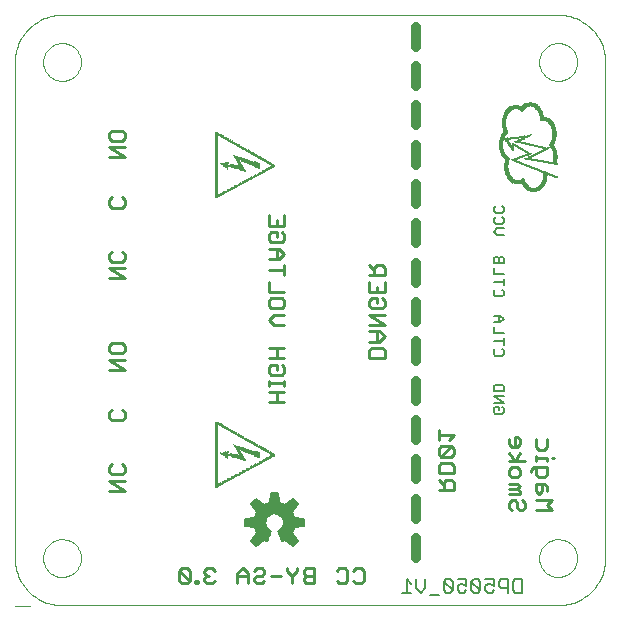
<source format=gbo>
G75*
G70*
%OFA0B0*%
%FSLAX24Y24*%
%IPPOS*%
%LPD*%
%AMOC8*
5,1,8,0,0,1.08239X$1,22.5*
%
%ADD10C,0.0090*%
%ADD11C,0.0060*%
%ADD12R,0.0010X0.2190*%
%ADD13R,0.0010X0.2210*%
%ADD14R,0.0010X0.2200*%
%ADD15R,0.0010X0.2170*%
%ADD16R,0.0010X0.0090*%
%ADD17R,0.0010X0.0100*%
%ADD18R,0.0010X0.0010*%
%ADD19R,0.0010X0.0020*%
%ADD20R,0.0010X0.0030*%
%ADD21R,0.0010X0.0040*%
%ADD22R,0.0010X0.0050*%
%ADD23R,0.0010X0.0060*%
%ADD24R,0.0010X0.0070*%
%ADD25R,0.0010X0.0110*%
%ADD26R,0.0010X0.0130*%
%ADD27R,0.0010X0.0140*%
%ADD28R,0.0010X0.0160*%
%ADD29R,0.0010X0.0170*%
%ADD30R,0.0010X0.0180*%
%ADD31R,0.0010X0.0200*%
%ADD32R,0.0010X0.0210*%
%ADD33R,0.0010X0.0220*%
%ADD34R,0.0010X0.0240*%
%ADD35R,0.0010X0.0080*%
%ADD36R,0.0010X0.0120*%
%ADD37R,0.0010X0.0150*%
%ADD38R,0.0010X0.0230*%
%ADD39R,0.0010X0.0310*%
%ADD40R,0.0010X0.0300*%
%ADD41R,0.0010X0.0290*%
%ADD42R,0.0010X0.0270*%
%ADD43R,0.0010X0.0260*%
%ADD44R,0.0010X0.0250*%
%ADD45R,0.0010X0.0190*%
%ADD46R,0.0005X0.0110*%
%ADD47R,0.0005X0.0210*%
%ADD48R,0.0005X0.0280*%
%ADD49R,0.0005X0.0325*%
%ADD50R,0.0005X0.0365*%
%ADD51R,0.0005X0.0410*%
%ADD52R,0.0005X0.0440*%
%ADD53R,0.0005X0.0470*%
%ADD54R,0.0005X0.0505*%
%ADD55R,0.0005X0.0530*%
%ADD56R,0.0005X0.0555*%
%ADD57R,0.0005X0.0580*%
%ADD58R,0.0005X0.0600*%
%ADD59R,0.0005X0.0625*%
%ADD60R,0.0005X0.0645*%
%ADD61R,0.0005X0.0665*%
%ADD62R,0.0005X0.0685*%
%ADD63R,0.0005X0.0705*%
%ADD64R,0.0005X0.0715*%
%ADD65R,0.0005X0.0735*%
%ADD66R,0.0005X0.0755*%
%ADD67R,0.0005X0.0090*%
%ADD68R,0.0005X0.0770*%
%ADD69R,0.0005X0.0190*%
%ADD70R,0.0005X0.0355*%
%ADD71R,0.0005X0.0360*%
%ADD72R,0.0005X0.0260*%
%ADD73R,0.0005X0.0315*%
%ADD74R,0.0005X0.0320*%
%ADD75R,0.0005X0.0295*%
%ADD76R,0.0005X0.0275*%
%ADD77R,0.0005X0.0400*%
%ADD78R,0.0005X0.0265*%
%ADD79R,0.0005X0.0435*%
%ADD80R,0.0005X0.0255*%
%ADD81R,0.0005X0.0465*%
%ADD82R,0.0005X0.0245*%
%ADD83R,0.0005X0.0495*%
%ADD84R,0.0005X0.0235*%
%ADD85R,0.0005X0.0525*%
%ADD86R,0.0005X0.0230*%
%ADD87R,0.0005X0.0240*%
%ADD88R,0.0005X0.0545*%
%ADD89R,0.0005X0.0820*%
%ADD90R,0.0005X0.0220*%
%ADD91R,0.0005X0.0025*%
%ADD92R,0.0005X0.0795*%
%ADD93R,0.0005X0.0215*%
%ADD94R,0.0005X0.0035*%
%ADD95R,0.0005X0.0040*%
%ADD96R,0.0005X0.0800*%
%ADD97R,0.0005X0.0205*%
%ADD98R,0.0005X0.0050*%
%ADD99R,0.0005X0.0805*%
%ADD100R,0.0005X0.0165*%
%ADD101R,0.0005X0.0055*%
%ADD102R,0.0005X0.0200*%
%ADD103R,0.0005X0.0060*%
%ADD104R,0.0005X0.0300*%
%ADD105R,0.0005X0.0195*%
%ADD106R,0.0005X0.0065*%
%ADD107R,0.0005X0.0345*%
%ADD108R,0.0005X0.0070*%
%ADD109R,0.0005X0.0385*%
%ADD110R,0.0005X0.0080*%
%ADD111R,0.0005X0.0425*%
%ADD112R,0.0005X0.0185*%
%ADD113R,0.0005X0.0085*%
%ADD114R,0.0005X0.0635*%
%ADD115R,0.0005X0.0810*%
%ADD116R,0.0005X0.0095*%
%ADD117R,0.0005X0.0335*%
%ADD118R,0.0005X0.0655*%
%ADD119R,0.0005X0.0105*%
%ADD120R,0.0005X0.0290*%
%ADD121R,0.0005X0.0660*%
%ADD122R,0.0005X0.0115*%
%ADD123R,0.0005X0.0285*%
%ADD124R,0.0005X0.0120*%
%ADD125R,0.0005X0.0270*%
%ADD126R,0.0005X0.0675*%
%ADD127R,0.0005X0.0130*%
%ADD128R,0.0005X0.0680*%
%ADD129R,0.0005X0.0135*%
%ADD130R,0.0005X0.0250*%
%ADD131R,0.0005X0.0140*%
%ADD132R,0.0005X0.0180*%
%ADD133R,0.0005X0.0695*%
%ADD134R,0.0005X0.0150*%
%ADD135R,0.0005X0.0160*%
%ADD136R,0.0005X0.0155*%
%ADD137R,0.0005X0.0145*%
%ADD138R,0.0005X0.0700*%
%ADD139R,0.0005X0.0225*%
%ADD140R,0.0005X0.0170*%
%ADD141R,0.0005X0.0100*%
%ADD142R,0.0005X0.0075*%
%ADD143R,0.0005X0.0720*%
%ADD144R,0.0005X0.0725*%
%ADD145R,0.0005X0.0340*%
%ADD146R,0.0005X0.0305*%
%ADD147R,0.0005X0.0175*%
%ADD148R,0.0005X0.0005*%
%ADD149R,0.0005X0.0010*%
%ADD150R,0.0005X0.0015*%
%ADD151R,0.0005X0.0020*%
%ADD152R,0.0005X0.0030*%
%ADD153R,0.0005X0.0125*%
%ADD154R,0.0005X0.0045*%
%ADD155R,0.0005X0.0370*%
%ADD156R,0.0005X0.0375*%
%ADD157R,0.0005X0.0350*%
%ADD158R,0.0005X0.0330*%
%ADD159R,0.0005X0.0485*%
%ADD160R,0.0005X0.0480*%
%ADD161R,0.0005X0.0460*%
%ADD162R,0.0005X0.0445*%
%ADD163R,0.0005X0.0310*%
%ADD164R,0.0005X0.0380*%
%ADD165R,0.0005X0.0415*%
%ADD166R,0.0005X0.0450*%
%ADD167R,0.0005X0.0490*%
%ADD168R,0.0005X0.0965*%
%ADD169R,0.0005X0.0975*%
%ADD170R,0.0005X0.0980*%
%ADD171R,0.0005X0.0990*%
%ADD172R,0.0005X0.1005*%
%ADD173R,0.0005X0.0615*%
%ADD174R,0.0005X0.0640*%
%ADD175R,0.0005X0.0605*%
%ADD176R,0.0005X0.0620*%
%ADD177R,0.0005X0.0590*%
%ADD178R,0.0005X0.0570*%
%ADD179R,0.0005X0.0540*%
%ADD180R,0.0005X0.0515*%
%ADD181R,0.0005X0.0565*%
%ADD182R,0.0005X0.0535*%
%ADD183R,0.0005X0.0395*%
%ADD184R,0.0005X0.0520*%
%ADD185R,0.0005X0.0500*%
%ADD186R,0.0005X0.0430*%
%ADD187C,0.0000*%
%ADD188C,0.0320*%
%ADD189C,0.0059*%
D10*
X008767Y007228D02*
X009278Y007228D01*
X008767Y007569D01*
X009278Y007569D01*
X009193Y007781D02*
X008853Y007781D01*
X008767Y007866D01*
X008767Y008036D01*
X008853Y008121D01*
X009193Y008121D02*
X009278Y008036D01*
X009278Y007866D01*
X009193Y007781D01*
X009193Y009591D02*
X008853Y009591D01*
X008767Y009676D01*
X008767Y009846D01*
X008853Y009931D01*
X009193Y009931D02*
X009278Y009846D01*
X009278Y009676D01*
X009193Y009591D01*
X009278Y011264D02*
X008767Y011264D01*
X008767Y011604D02*
X009278Y011604D01*
X009193Y011816D02*
X008853Y011816D01*
X008767Y011901D01*
X008767Y012071D01*
X008853Y012157D01*
X009193Y012157D01*
X009278Y012071D01*
X009278Y011901D01*
X009193Y011816D01*
X008767Y011604D02*
X009278Y011264D01*
X009278Y014315D02*
X008767Y014315D01*
X008767Y014655D02*
X009278Y014655D01*
X009193Y014867D02*
X008853Y014867D01*
X008767Y014952D01*
X008767Y015123D01*
X008853Y015208D01*
X009193Y015208D02*
X009278Y015123D01*
X009278Y014952D01*
X009193Y014867D01*
X008767Y014655D02*
X009278Y014315D01*
X009193Y016677D02*
X008853Y016677D01*
X008767Y016762D01*
X008767Y016932D01*
X008853Y017017D01*
X009193Y017017D02*
X009278Y016932D01*
X009278Y016762D01*
X009193Y016677D01*
X009278Y018350D02*
X008767Y018350D01*
X008767Y018691D02*
X009278Y018691D01*
X009193Y018903D02*
X008853Y018903D01*
X008767Y018988D01*
X008767Y019158D01*
X008853Y019243D01*
X009193Y019243D01*
X009278Y019158D01*
X009278Y018988D01*
X009193Y018903D01*
X008767Y018691D02*
X009278Y018350D01*
X014082Y016414D02*
X014082Y016074D01*
X014593Y016074D01*
X014593Y016414D01*
X014338Y016244D02*
X014338Y016074D01*
X014338Y015862D02*
X014338Y015692D01*
X014338Y015862D02*
X014167Y015862D01*
X014082Y015777D01*
X014082Y015607D01*
X014167Y015522D01*
X014508Y015522D01*
X014593Y015607D01*
X014593Y015777D01*
X014508Y015862D01*
X014423Y015309D02*
X014082Y015309D01*
X014338Y015309D02*
X014338Y014969D01*
X014423Y014969D02*
X014082Y014969D01*
X014423Y014969D02*
X014593Y015139D01*
X014423Y015309D01*
X014593Y014757D02*
X014593Y014417D01*
X014593Y014587D02*
X014082Y014587D01*
X014082Y014205D02*
X014082Y013864D01*
X014593Y013864D01*
X014508Y013652D02*
X014593Y013567D01*
X014593Y013397D01*
X014508Y013312D01*
X014167Y013312D01*
X014082Y013397D01*
X014082Y013567D01*
X014167Y013652D01*
X014508Y013652D01*
X014593Y013100D02*
X014253Y013100D01*
X014082Y012929D01*
X014253Y012759D01*
X014593Y012759D01*
X014593Y011995D02*
X014082Y011995D01*
X014338Y011995D02*
X014338Y011654D01*
X014338Y011442D02*
X014338Y011272D01*
X014338Y011442D02*
X014167Y011442D01*
X014082Y011357D01*
X014082Y011187D01*
X014167Y011102D01*
X014508Y011102D01*
X014593Y011187D01*
X014593Y011357D01*
X014508Y011442D01*
X014593Y011654D02*
X014082Y011654D01*
X014082Y010904D02*
X014082Y010734D01*
X014082Y010819D02*
X014593Y010819D01*
X014593Y010734D02*
X014593Y010904D01*
X014593Y010521D02*
X014082Y010521D01*
X014338Y010521D02*
X014338Y010181D01*
X014593Y010181D02*
X014082Y010181D01*
X017429Y011657D02*
X017429Y011913D01*
X017514Y011998D01*
X017854Y011998D01*
X017939Y011913D01*
X017939Y011657D01*
X017429Y011657D01*
X017429Y012210D02*
X017769Y012210D01*
X017939Y012380D01*
X017769Y012550D01*
X017429Y012550D01*
X017429Y012762D02*
X017939Y012762D01*
X017429Y013103D01*
X017939Y013103D01*
X017854Y013315D02*
X017939Y013400D01*
X017939Y013570D01*
X017854Y013655D01*
X017684Y013655D02*
X017684Y013485D01*
X017684Y013655D02*
X017514Y013655D01*
X017429Y013570D01*
X017429Y013400D01*
X017514Y013315D01*
X017854Y013315D01*
X017939Y013867D02*
X017429Y013867D01*
X017429Y014208D01*
X017429Y014420D02*
X017939Y014420D01*
X017939Y014675D01*
X017854Y014760D01*
X017684Y014760D01*
X017599Y014675D01*
X017599Y014420D01*
X017599Y014590D02*
X017429Y014760D01*
X017939Y014208D02*
X017939Y013867D01*
X017684Y013867D02*
X017684Y014037D01*
X017684Y012550D02*
X017684Y012210D01*
X019739Y009265D02*
X019739Y008924D01*
X019739Y009094D02*
X020250Y009094D01*
X020079Y008924D01*
X020164Y008712D02*
X019824Y008712D01*
X019739Y008627D01*
X019739Y008457D01*
X019824Y008372D01*
X020164Y008712D01*
X020250Y008627D01*
X020250Y008457D01*
X020164Y008372D01*
X019824Y008372D01*
X019824Y008160D02*
X020164Y008160D01*
X020250Y008075D01*
X020250Y007819D01*
X019739Y007819D01*
X019739Y008075D01*
X019824Y008160D01*
X019739Y007607D02*
X019909Y007437D01*
X019909Y007522D02*
X019909Y007267D01*
X019739Y007267D02*
X020250Y007267D01*
X020250Y007522D01*
X020164Y007607D01*
X019994Y007607D01*
X019909Y007522D01*
X022101Y007471D02*
X022357Y007471D01*
X022442Y007386D01*
X022357Y007301D01*
X022101Y007301D01*
X022101Y007130D02*
X022442Y007130D01*
X022442Y007215D01*
X022357Y007301D01*
X022357Y007683D02*
X022186Y007683D01*
X022101Y007768D01*
X022101Y007938D01*
X022186Y008023D01*
X022357Y008023D01*
X022442Y007938D01*
X022442Y007768D01*
X022357Y007683D01*
X022831Y007853D02*
X022831Y007938D01*
X022916Y008023D01*
X023342Y008023D01*
X023342Y007768D01*
X023257Y007683D01*
X023086Y007683D01*
X023001Y007768D01*
X023001Y008023D01*
X023001Y008235D02*
X023001Y008405D01*
X023001Y008320D02*
X023342Y008320D01*
X023342Y008235D01*
X023512Y008320D02*
X023597Y008320D01*
X023257Y008604D02*
X023086Y008604D01*
X023001Y008689D01*
X023001Y008944D01*
X023342Y008944D02*
X023342Y008689D01*
X023257Y008604D01*
X022612Y008235D02*
X022101Y008235D01*
X022271Y008235D02*
X022101Y008491D01*
X022186Y008696D02*
X022357Y008696D01*
X022442Y008781D01*
X022442Y008951D01*
X022357Y009036D01*
X022271Y009036D01*
X022271Y008696D01*
X022186Y008696D02*
X022101Y008781D01*
X022101Y008951D01*
X022442Y008491D02*
X022271Y008235D01*
X023001Y007471D02*
X023001Y007215D01*
X023086Y007130D01*
X023171Y007215D01*
X023171Y007471D01*
X023257Y007471D02*
X023001Y007471D01*
X023257Y007471D02*
X023342Y007386D01*
X023342Y007215D01*
X023512Y006918D02*
X023001Y006918D01*
X023001Y006578D02*
X023512Y006578D01*
X023342Y006748D01*
X023512Y006918D01*
X022612Y006833D02*
X022612Y006663D01*
X022527Y006578D01*
X022442Y006578D01*
X022357Y006663D01*
X022357Y006833D01*
X022271Y006918D01*
X022186Y006918D01*
X022101Y006833D01*
X022101Y006663D01*
X022186Y006578D01*
X022527Y006918D02*
X022612Y006833D01*
X017243Y004577D02*
X017243Y004236D01*
X017158Y004151D01*
X016987Y004151D01*
X016902Y004236D01*
X016690Y004236D02*
X016605Y004151D01*
X016435Y004151D01*
X016350Y004236D01*
X016350Y004577D02*
X016435Y004662D01*
X016605Y004662D01*
X016690Y004577D01*
X016690Y004236D01*
X016902Y004577D02*
X016987Y004662D01*
X017158Y004662D01*
X017243Y004577D01*
X015585Y004662D02*
X015585Y004151D01*
X015330Y004151D01*
X015245Y004236D01*
X015245Y004321D01*
X015330Y004406D01*
X015585Y004406D01*
X015330Y004406D02*
X015245Y004491D01*
X015245Y004577D01*
X015330Y004662D01*
X015585Y004662D01*
X015033Y004662D02*
X015033Y004577D01*
X014863Y004406D01*
X014863Y004151D01*
X014863Y004406D02*
X014693Y004577D01*
X014693Y004662D01*
X014480Y004406D02*
X014140Y004406D01*
X013928Y004491D02*
X013843Y004406D01*
X013673Y004406D01*
X013588Y004321D01*
X013588Y004236D01*
X013673Y004151D01*
X013843Y004151D01*
X013928Y004236D01*
X013928Y004491D02*
X013928Y004577D01*
X013843Y004662D01*
X013673Y004662D01*
X013588Y004577D01*
X013375Y004491D02*
X013375Y004151D01*
X013375Y004406D02*
X013035Y004406D01*
X013035Y004491D02*
X013035Y004151D01*
X013035Y004491D02*
X013205Y004662D01*
X013375Y004491D01*
X012270Y004577D02*
X012185Y004662D01*
X012015Y004662D01*
X011930Y004577D01*
X011930Y004491D01*
X012015Y004406D01*
X011930Y004321D01*
X011930Y004236D01*
X012015Y004151D01*
X012185Y004151D01*
X012270Y004236D01*
X012100Y004406D02*
X012015Y004406D01*
X011718Y004236D02*
X011633Y004236D01*
X011633Y004151D01*
X011718Y004151D01*
X011718Y004236D01*
X011442Y004236D02*
X011442Y004577D01*
X011357Y004662D01*
X011187Y004662D01*
X011101Y004577D01*
X011442Y004236D01*
X011357Y004151D01*
X011187Y004151D01*
X011101Y004236D01*
X011101Y004577D01*
D11*
X018534Y003839D02*
X018828Y003839D01*
X018681Y003839D02*
X018681Y004280D01*
X018828Y004133D01*
X018995Y003986D02*
X018995Y004280D01*
X019288Y004280D02*
X019288Y003986D01*
X019141Y003839D01*
X018995Y003986D01*
X019455Y003766D02*
X019749Y003766D01*
X019915Y003913D02*
X019989Y003839D01*
X020136Y003839D01*
X020209Y003913D01*
X019915Y004206D01*
X019915Y003913D01*
X019915Y004206D02*
X019989Y004280D01*
X020136Y004280D01*
X020209Y004206D01*
X020209Y003913D01*
X020376Y003913D02*
X020449Y003839D01*
X020596Y003839D01*
X020669Y003913D01*
X020669Y004060D02*
X020523Y004133D01*
X020449Y004133D01*
X020376Y004060D01*
X020376Y003913D01*
X020669Y004060D02*
X020669Y004280D01*
X020376Y004280D01*
X020836Y004206D02*
X020836Y003913D01*
X020910Y003839D01*
X021056Y003839D01*
X021130Y003913D01*
X020836Y004206D01*
X020910Y004280D01*
X021056Y004280D01*
X021130Y004206D01*
X021130Y003913D01*
X021297Y003913D02*
X021370Y003839D01*
X021517Y003839D01*
X021590Y003913D01*
X021590Y004060D02*
X021443Y004133D01*
X021370Y004133D01*
X021297Y004060D01*
X021297Y003913D01*
X021590Y004060D02*
X021590Y004280D01*
X021297Y004280D01*
X021757Y004206D02*
X021757Y004060D01*
X021830Y003986D01*
X022051Y003986D01*
X022051Y003839D02*
X022051Y004280D01*
X021830Y004280D01*
X021757Y004206D01*
X022217Y004206D02*
X022217Y003913D01*
X022291Y003839D01*
X022511Y003839D01*
X022511Y004280D01*
X022291Y004280D01*
X022217Y004206D01*
X021857Y009808D02*
X021630Y009808D01*
X021574Y009865D01*
X021574Y009978D01*
X021630Y010035D01*
X021744Y010035D01*
X021744Y009922D01*
X021857Y010035D02*
X021914Y009978D01*
X021914Y009865D01*
X021857Y009808D01*
X021914Y010177D02*
X021574Y010177D01*
X021574Y010403D02*
X021914Y010403D01*
X021914Y010545D02*
X021574Y010545D01*
X021574Y010715D01*
X021630Y010772D01*
X021857Y010772D01*
X021914Y010715D01*
X021914Y010545D01*
X021914Y010177D02*
X021574Y010403D01*
X021630Y011742D02*
X021574Y011799D01*
X021574Y011912D01*
X021630Y011969D01*
X021630Y011742D02*
X021857Y011742D01*
X021914Y011799D01*
X021914Y011912D01*
X021857Y011969D01*
X021914Y012110D02*
X021914Y012337D01*
X021914Y012224D02*
X021574Y012224D01*
X021574Y012479D02*
X021574Y012706D01*
X021574Y012847D02*
X021801Y012847D01*
X021914Y012960D01*
X021801Y013074D01*
X021574Y013074D01*
X021744Y013074D02*
X021744Y012847D01*
X021914Y012479D02*
X021574Y012479D01*
X021630Y013711D02*
X021574Y013767D01*
X021574Y013881D01*
X021630Y013937D01*
X021630Y013711D02*
X021857Y013711D01*
X021914Y013767D01*
X021914Y013881D01*
X021857Y013937D01*
X021914Y014079D02*
X021914Y014306D01*
X021914Y014192D02*
X021574Y014192D01*
X021574Y014447D02*
X021574Y014674D01*
X021574Y014816D02*
X021574Y014986D01*
X021630Y015042D01*
X021687Y015042D01*
X021744Y014986D01*
X021744Y014816D01*
X021744Y014986D02*
X021801Y015042D01*
X021857Y015042D01*
X021914Y014986D01*
X021914Y014816D01*
X021574Y014816D01*
X021574Y014447D02*
X021914Y014447D01*
X021926Y015757D02*
X021699Y015757D01*
X021586Y015870D01*
X021699Y015984D01*
X021926Y015984D01*
X021869Y016125D02*
X021642Y016125D01*
X021586Y016182D01*
X021586Y016295D01*
X021642Y016352D01*
X021642Y016494D02*
X021586Y016550D01*
X021586Y016664D01*
X021642Y016721D01*
X021869Y016721D02*
X021926Y016664D01*
X021926Y016550D01*
X021869Y016494D01*
X021642Y016494D01*
X021869Y016352D02*
X021926Y016295D01*
X021926Y016182D01*
X021869Y016125D01*
D12*
X012373Y018081D03*
X012323Y018081D03*
X012323Y008436D03*
X012373Y008436D03*
D13*
X012353Y008436D03*
X012343Y008436D03*
X012333Y008436D03*
X012333Y018081D03*
X012343Y018081D03*
X012353Y018081D03*
D14*
X012363Y018086D03*
X012363Y008441D03*
D15*
X012383Y008436D03*
X012383Y018081D03*
D16*
X012563Y018111D03*
X012773Y018071D03*
X012783Y018071D03*
X012793Y018071D03*
X012983Y018341D03*
X013103Y018301D03*
X013113Y018301D03*
X013283Y018611D03*
X013293Y018611D03*
X013303Y018601D03*
X013313Y018601D03*
X013323Y018591D03*
X013343Y018581D03*
X013363Y018571D03*
X013373Y018561D03*
X013383Y018561D03*
X013393Y018551D03*
X013413Y018541D03*
X013433Y018531D03*
X013443Y018521D03*
X013463Y018511D03*
X013483Y018501D03*
X013503Y018491D03*
X013513Y018481D03*
X013523Y018481D03*
X013533Y018471D03*
X013553Y018461D03*
X013573Y018451D03*
X013593Y018441D03*
X013603Y018431D03*
X013623Y018421D03*
X013643Y018411D03*
X013663Y018401D03*
X013673Y018391D03*
X013693Y018381D03*
X013713Y018371D03*
X013733Y018361D03*
X013743Y018351D03*
X013753Y018351D03*
X013763Y018341D03*
X013783Y018331D03*
X013803Y018321D03*
X013823Y018311D03*
X013833Y018301D03*
X013853Y018291D03*
X013873Y018281D03*
X013893Y018271D03*
X013903Y018261D03*
X013923Y018251D03*
X013943Y018241D03*
X013963Y018231D03*
X013993Y018211D03*
X014013Y018201D03*
X014033Y018191D03*
X014043Y018181D03*
X014063Y018171D03*
X014083Y018161D03*
X014103Y018151D03*
X014113Y018141D03*
X014123Y018141D03*
X014133Y018131D03*
X014153Y018121D03*
X014173Y018111D03*
X014173Y018001D03*
X014153Y017991D03*
X014133Y017981D03*
X014113Y017971D03*
X014103Y017961D03*
X014093Y017961D03*
X014083Y017951D03*
X014063Y017941D03*
X014043Y017931D03*
X014023Y017921D03*
X014003Y017911D03*
X013983Y017901D03*
X013973Y017891D03*
X013963Y017891D03*
X013953Y017881D03*
X013933Y017871D03*
X013913Y017861D03*
X013893Y017851D03*
X013873Y017841D03*
X013863Y017831D03*
X013853Y017831D03*
X013843Y017821D03*
X013833Y017821D03*
X013823Y017811D03*
X013803Y017801D03*
X013783Y017791D03*
X013763Y017781D03*
X013753Y017771D03*
X013743Y017771D03*
X013733Y017761D03*
X013723Y017761D03*
X013713Y017751D03*
X013703Y017751D03*
X013693Y017741D03*
X013683Y017741D03*
X013673Y017731D03*
X013653Y017721D03*
X013633Y017711D03*
X013613Y017701D03*
X013603Y017691D03*
X013593Y017691D03*
X013583Y017681D03*
X013573Y017681D03*
X013563Y017671D03*
X013553Y017671D03*
X013543Y017661D03*
X013523Y017651D03*
X013503Y017641D03*
X013493Y017631D03*
X013483Y017631D03*
X013463Y017621D03*
X013453Y017611D03*
X013443Y017611D03*
X013433Y017601D03*
X013423Y017601D03*
X013413Y017591D03*
X013393Y017581D03*
X013373Y017571D03*
X013353Y017561D03*
X013333Y017551D03*
X013323Y017541D03*
X013313Y017541D03*
X013303Y017531D03*
X013293Y017531D03*
X013283Y017521D03*
X013263Y017511D03*
X013243Y017501D03*
X013223Y017491D03*
X013203Y017481D03*
X013193Y017471D03*
X013183Y017471D03*
X013173Y017461D03*
X013163Y017461D03*
X013153Y017451D03*
X013133Y017441D03*
X013113Y017431D03*
X013103Y017421D03*
X013093Y017421D03*
X013083Y017411D03*
X013073Y017411D03*
X013063Y017401D03*
X013053Y017401D03*
X013043Y017391D03*
X013033Y017391D03*
X013023Y017381D03*
X013003Y017371D03*
X012983Y017361D03*
X012963Y017351D03*
X012943Y017341D03*
X012933Y017331D03*
X012923Y017331D03*
X012913Y017321D03*
X012903Y017321D03*
X012893Y017311D03*
X012873Y017301D03*
X012853Y017291D03*
X012833Y017281D03*
X012823Y017271D03*
X012813Y017271D03*
X012803Y017261D03*
X012793Y017261D03*
X012783Y017251D03*
X012773Y017251D03*
X012763Y017241D03*
X012743Y017231D03*
X012723Y017221D03*
X012703Y017211D03*
X012693Y017201D03*
X012683Y017201D03*
X012673Y017191D03*
X012663Y017191D03*
X012653Y017181D03*
X012643Y017181D03*
X012633Y017171D03*
X012613Y017161D03*
X012593Y017151D03*
X012573Y017141D03*
X012553Y017131D03*
X012543Y017121D03*
X012533Y017121D03*
X012523Y017111D03*
X012513Y017111D03*
X012503Y017101D03*
X012483Y017091D03*
X012463Y017081D03*
X012443Y017071D03*
X012423Y017061D03*
X012413Y017051D03*
X012403Y017051D03*
X012393Y017041D03*
X013213Y018651D03*
X013223Y018651D03*
X013233Y018641D03*
X013253Y018631D03*
X013273Y018621D03*
X013203Y018661D03*
X013183Y018671D03*
X013163Y018681D03*
X013153Y018691D03*
X013143Y018691D03*
X013133Y018701D03*
X013113Y018711D03*
X013093Y018721D03*
X013073Y018731D03*
X013063Y018741D03*
X013053Y018741D03*
X013043Y018751D03*
X013023Y018761D03*
X013003Y018771D03*
X012993Y018781D03*
X012983Y018781D03*
X012973Y018791D03*
X012953Y018801D03*
X012933Y018811D03*
X012923Y018821D03*
X012913Y018821D03*
X012903Y018831D03*
X012883Y018841D03*
X012863Y018851D03*
X012853Y018861D03*
X012843Y018861D03*
X012833Y018871D03*
X012813Y018881D03*
X012793Y018891D03*
X012783Y018901D03*
X012773Y018901D03*
X012743Y018921D03*
X012723Y018931D03*
X012703Y018941D03*
X012683Y018951D03*
X012673Y018961D03*
X012653Y018971D03*
X012633Y018981D03*
X012623Y018991D03*
X012613Y018991D03*
X012603Y019001D03*
X012583Y019011D03*
X012563Y019021D03*
X012543Y019031D03*
X012533Y019041D03*
X012513Y019051D03*
X012493Y019061D03*
X012473Y019071D03*
X012463Y019081D03*
X012453Y019081D03*
X012443Y019091D03*
X012423Y019101D03*
X012403Y019111D03*
X012393Y019121D03*
X014273Y018051D03*
X012393Y009476D03*
X012403Y009466D03*
X012423Y009456D03*
X012443Y009446D03*
X012453Y009436D03*
X012463Y009436D03*
X012473Y009426D03*
X012493Y009416D03*
X012513Y009406D03*
X012533Y009396D03*
X012543Y009386D03*
X012563Y009376D03*
X012583Y009366D03*
X012603Y009356D03*
X012613Y009346D03*
X012623Y009346D03*
X012633Y009336D03*
X012653Y009326D03*
X012673Y009316D03*
X012683Y009306D03*
X012703Y009296D03*
X012723Y009286D03*
X012743Y009276D03*
X012773Y009256D03*
X012783Y009256D03*
X012793Y009246D03*
X012813Y009236D03*
X012833Y009226D03*
X012843Y009216D03*
X012853Y009216D03*
X012863Y009206D03*
X012883Y009196D03*
X012903Y009186D03*
X012913Y009176D03*
X012923Y009176D03*
X012933Y009166D03*
X012953Y009156D03*
X012973Y009146D03*
X012983Y009136D03*
X012993Y009136D03*
X013003Y009126D03*
X013023Y009116D03*
X013043Y009106D03*
X013053Y009096D03*
X013063Y009096D03*
X013073Y009086D03*
X013093Y009076D03*
X013113Y009066D03*
X013133Y009056D03*
X013143Y009046D03*
X013153Y009046D03*
X013163Y009036D03*
X013183Y009026D03*
X013203Y009016D03*
X013213Y009006D03*
X013223Y009006D03*
X013233Y008996D03*
X013253Y008986D03*
X013273Y008976D03*
X013283Y008966D03*
X013293Y008966D03*
X013303Y008956D03*
X013313Y008956D03*
X013323Y008946D03*
X013343Y008936D03*
X013363Y008926D03*
X013373Y008916D03*
X013383Y008916D03*
X013393Y008906D03*
X013413Y008896D03*
X013433Y008886D03*
X013443Y008876D03*
X013463Y008866D03*
X013483Y008856D03*
X013503Y008846D03*
X013513Y008836D03*
X013523Y008836D03*
X013533Y008826D03*
X013553Y008816D03*
X013573Y008806D03*
X013593Y008796D03*
X013603Y008786D03*
X013623Y008776D03*
X013643Y008766D03*
X013663Y008756D03*
X013673Y008746D03*
X013693Y008736D03*
X013713Y008726D03*
X013733Y008716D03*
X013743Y008706D03*
X013753Y008706D03*
X013763Y008696D03*
X013783Y008686D03*
X013803Y008676D03*
X013823Y008666D03*
X013833Y008656D03*
X013853Y008646D03*
X013873Y008636D03*
X013893Y008626D03*
X013903Y008616D03*
X013923Y008606D03*
X013943Y008596D03*
X013963Y008586D03*
X013993Y008566D03*
X014013Y008556D03*
X014033Y008546D03*
X014043Y008536D03*
X014063Y008526D03*
X014083Y008516D03*
X014103Y008506D03*
X014113Y008496D03*
X014123Y008496D03*
X014133Y008486D03*
X014153Y008476D03*
X014173Y008466D03*
X014173Y008356D03*
X014153Y008346D03*
X014133Y008336D03*
X014113Y008326D03*
X014103Y008316D03*
X014093Y008316D03*
X014083Y008306D03*
X014063Y008296D03*
X014043Y008286D03*
X014023Y008276D03*
X014003Y008266D03*
X013983Y008256D03*
X013973Y008246D03*
X013963Y008246D03*
X013953Y008236D03*
X013933Y008226D03*
X013913Y008216D03*
X013893Y008206D03*
X013873Y008196D03*
X013863Y008186D03*
X013853Y008186D03*
X013843Y008176D03*
X013833Y008176D03*
X013823Y008166D03*
X013803Y008156D03*
X013783Y008146D03*
X013763Y008136D03*
X013753Y008126D03*
X013743Y008126D03*
X013733Y008116D03*
X013723Y008116D03*
X013713Y008106D03*
X013703Y008106D03*
X013693Y008096D03*
X013683Y008096D03*
X013673Y008086D03*
X013653Y008076D03*
X013633Y008066D03*
X013613Y008056D03*
X013603Y008046D03*
X013593Y008046D03*
X013583Y008036D03*
X013573Y008036D03*
X013563Y008026D03*
X013553Y008026D03*
X013543Y008016D03*
X013523Y008006D03*
X013503Y007996D03*
X013493Y007986D03*
X013483Y007986D03*
X013463Y007976D03*
X013453Y007966D03*
X013443Y007966D03*
X013433Y007956D03*
X013423Y007956D03*
X013413Y007946D03*
X013393Y007936D03*
X013373Y007926D03*
X013353Y007916D03*
X013333Y007906D03*
X013323Y007896D03*
X013313Y007896D03*
X013303Y007886D03*
X013293Y007886D03*
X013283Y007876D03*
X013263Y007866D03*
X013243Y007856D03*
X013223Y007846D03*
X013203Y007836D03*
X013193Y007826D03*
X013183Y007826D03*
X013173Y007816D03*
X013163Y007816D03*
X013153Y007806D03*
X013133Y007796D03*
X013113Y007786D03*
X013103Y007776D03*
X013093Y007776D03*
X013083Y007766D03*
X013073Y007766D03*
X013063Y007756D03*
X013053Y007756D03*
X013043Y007746D03*
X013033Y007746D03*
X013023Y007736D03*
X013003Y007726D03*
X012983Y007716D03*
X012963Y007706D03*
X012943Y007696D03*
X012933Y007686D03*
X012923Y007686D03*
X012913Y007676D03*
X012903Y007676D03*
X012893Y007666D03*
X012873Y007656D03*
X012853Y007646D03*
X012833Y007636D03*
X012823Y007626D03*
X012813Y007626D03*
X012803Y007616D03*
X012793Y007616D03*
X012783Y007606D03*
X012773Y007606D03*
X012763Y007596D03*
X012743Y007586D03*
X012723Y007576D03*
X012703Y007566D03*
X012693Y007556D03*
X012683Y007556D03*
X012673Y007546D03*
X012663Y007546D03*
X012653Y007536D03*
X012643Y007536D03*
X012633Y007526D03*
X012613Y007516D03*
X012593Y007506D03*
X012573Y007496D03*
X012553Y007486D03*
X012543Y007476D03*
X012533Y007476D03*
X012523Y007466D03*
X012513Y007466D03*
X012503Y007456D03*
X012483Y007446D03*
X012463Y007436D03*
X012443Y007426D03*
X012423Y007416D03*
X012413Y007406D03*
X012403Y007406D03*
X012393Y007396D03*
X012563Y008466D03*
X012773Y008426D03*
X012783Y008426D03*
X012793Y008426D03*
X012983Y008696D03*
X013103Y008656D03*
X013113Y008656D03*
X014273Y008406D03*
D17*
X014263Y008411D03*
X014163Y008471D03*
X014143Y008481D03*
X014093Y008511D03*
X014073Y008521D03*
X014053Y008531D03*
X014023Y008551D03*
X014003Y008561D03*
X013983Y008571D03*
X013973Y008581D03*
X013953Y008591D03*
X013933Y008601D03*
X013913Y008611D03*
X013883Y008631D03*
X013863Y008641D03*
X013843Y008651D03*
X013813Y008671D03*
X013793Y008681D03*
X013773Y008691D03*
X013723Y008721D03*
X013703Y008731D03*
X013683Y008741D03*
X013653Y008761D03*
X013633Y008771D03*
X013613Y008781D03*
X013583Y008801D03*
X013563Y008811D03*
X013543Y008821D03*
X013493Y008851D03*
X013473Y008861D03*
X013453Y008871D03*
X013423Y008891D03*
X013403Y008901D03*
X013353Y008931D03*
X013333Y008941D03*
X013263Y008981D03*
X013243Y008991D03*
X013193Y009021D03*
X013173Y009031D03*
X013123Y009061D03*
X013103Y009071D03*
X013083Y009081D03*
X013033Y009111D03*
X013013Y009121D03*
X012963Y009151D03*
X012943Y009161D03*
X012893Y009191D03*
X012873Y009201D03*
X012823Y009231D03*
X012803Y009241D03*
X012763Y009261D03*
X012753Y009271D03*
X012733Y009281D03*
X012713Y009291D03*
X012693Y009301D03*
X012663Y009321D03*
X012643Y009331D03*
X012593Y009361D03*
X012573Y009371D03*
X012553Y009381D03*
X012523Y009401D03*
X012503Y009411D03*
X012483Y009421D03*
X012433Y009451D03*
X012413Y009461D03*
X012993Y008691D03*
X013123Y008651D03*
X013133Y008651D03*
X013143Y008641D03*
X013153Y008641D03*
X013163Y008641D03*
X013203Y008621D03*
X013263Y008291D03*
X013473Y007981D03*
X013513Y008001D03*
X013533Y008011D03*
X013623Y008061D03*
X013643Y008071D03*
X013663Y008081D03*
X013773Y008141D03*
X013793Y008151D03*
X013813Y008161D03*
X013883Y008201D03*
X013903Y008211D03*
X013923Y008221D03*
X013943Y008231D03*
X013993Y008261D03*
X014013Y008271D03*
X014033Y008281D03*
X014053Y008291D03*
X014073Y008301D03*
X014123Y008331D03*
X014143Y008341D03*
X014163Y008351D03*
X013403Y007941D03*
X013383Y007931D03*
X013363Y007921D03*
X013343Y007911D03*
X013273Y007871D03*
X013253Y007861D03*
X013233Y007851D03*
X013213Y007841D03*
X013143Y007801D03*
X013123Y007791D03*
X013013Y007731D03*
X012993Y007721D03*
X012973Y007711D03*
X012953Y007701D03*
X012883Y007661D03*
X012863Y007651D03*
X012843Y007641D03*
X012753Y007591D03*
X012733Y007581D03*
X012713Y007571D03*
X012623Y007521D03*
X012603Y007511D03*
X012583Y007501D03*
X012563Y007491D03*
X012493Y007451D03*
X012473Y007441D03*
X012453Y007431D03*
X012433Y007421D03*
X012573Y008461D03*
X012583Y008461D03*
X012803Y008421D03*
X012813Y008421D03*
X012823Y008421D03*
X012833Y008421D03*
X012863Y008411D03*
X012433Y017066D03*
X012453Y017076D03*
X012473Y017086D03*
X012493Y017096D03*
X012563Y017136D03*
X012583Y017146D03*
X012603Y017156D03*
X012623Y017166D03*
X012713Y017216D03*
X012733Y017226D03*
X012753Y017236D03*
X012843Y017286D03*
X012863Y017296D03*
X012883Y017306D03*
X012953Y017346D03*
X012973Y017356D03*
X012993Y017366D03*
X013013Y017376D03*
X013123Y017436D03*
X013143Y017446D03*
X013213Y017486D03*
X013233Y017496D03*
X013253Y017506D03*
X013273Y017516D03*
X013343Y017556D03*
X013363Y017566D03*
X013383Y017576D03*
X013403Y017586D03*
X013473Y017626D03*
X013513Y017646D03*
X013533Y017656D03*
X013623Y017706D03*
X013643Y017716D03*
X013663Y017726D03*
X013773Y017786D03*
X013793Y017796D03*
X013813Y017806D03*
X013883Y017846D03*
X013903Y017856D03*
X013923Y017866D03*
X013943Y017876D03*
X013993Y017906D03*
X014013Y017916D03*
X014033Y017926D03*
X014053Y017936D03*
X014073Y017946D03*
X014123Y017976D03*
X014143Y017986D03*
X014163Y017996D03*
X014263Y018056D03*
X014163Y018116D03*
X014143Y018126D03*
X014093Y018156D03*
X014073Y018166D03*
X014053Y018176D03*
X014023Y018196D03*
X014003Y018206D03*
X013983Y018216D03*
X013973Y018226D03*
X013953Y018236D03*
X013933Y018246D03*
X013913Y018256D03*
X013883Y018276D03*
X013863Y018286D03*
X013843Y018296D03*
X013813Y018316D03*
X013793Y018326D03*
X013773Y018336D03*
X013723Y018366D03*
X013703Y018376D03*
X013683Y018386D03*
X013653Y018406D03*
X013633Y018416D03*
X013613Y018426D03*
X013583Y018446D03*
X013563Y018456D03*
X013543Y018466D03*
X013493Y018496D03*
X013473Y018506D03*
X013453Y018516D03*
X013423Y018536D03*
X013403Y018546D03*
X013353Y018576D03*
X013333Y018586D03*
X013263Y018626D03*
X013243Y018636D03*
X013193Y018666D03*
X013173Y018676D03*
X013123Y018706D03*
X013103Y018716D03*
X013083Y018726D03*
X013033Y018756D03*
X013013Y018766D03*
X012963Y018796D03*
X012943Y018806D03*
X012893Y018836D03*
X012873Y018846D03*
X012823Y018876D03*
X012803Y018886D03*
X012763Y018906D03*
X012753Y018916D03*
X012733Y018926D03*
X012713Y018936D03*
X012693Y018946D03*
X012663Y018966D03*
X012643Y018976D03*
X012593Y019006D03*
X012573Y019016D03*
X012553Y019026D03*
X012523Y019046D03*
X012503Y019056D03*
X012483Y019066D03*
X012433Y019096D03*
X012413Y019106D03*
X012993Y018336D03*
X013123Y018296D03*
X013133Y018296D03*
X013143Y018286D03*
X013153Y018286D03*
X013163Y018286D03*
X013203Y018266D03*
X013263Y017936D03*
X012863Y018056D03*
X012833Y018066D03*
X012823Y018066D03*
X012813Y018066D03*
X012803Y018066D03*
X012583Y018106D03*
X012573Y018106D03*
D18*
X012483Y018121D03*
X012933Y018391D03*
X012933Y008746D03*
X012483Y008476D03*
D19*
X012493Y008481D03*
X013323Y008231D03*
X013323Y017876D03*
X012493Y018126D03*
D20*
X012503Y018121D03*
X012943Y018381D03*
X013313Y017891D03*
X012943Y008736D03*
X012503Y008476D03*
X013313Y008246D03*
D21*
X013303Y008251D03*
X012513Y008471D03*
X013303Y017896D03*
X012513Y018116D03*
D22*
X012523Y018121D03*
X012953Y018371D03*
X012963Y018361D03*
X012953Y008726D03*
X012963Y008716D03*
X012523Y008476D03*
D23*
X012533Y008471D03*
X013293Y008261D03*
X014293Y008411D03*
X013293Y017906D03*
X012533Y018116D03*
X014293Y018056D03*
D24*
X013283Y017921D03*
X012973Y018351D03*
X012553Y018111D03*
X012543Y018111D03*
X012973Y008706D03*
X013283Y008276D03*
X012553Y008466D03*
X012543Y008466D03*
D25*
X012593Y008456D03*
X012843Y008416D03*
X012853Y008416D03*
X012873Y008406D03*
X012883Y008406D03*
X012893Y008406D03*
X012903Y008406D03*
X013003Y008676D03*
X013173Y008636D03*
X013183Y008626D03*
X013193Y008626D03*
X013213Y008616D03*
X013223Y008616D03*
X013233Y008616D03*
X013253Y008606D03*
X012903Y018051D03*
X012893Y018051D03*
X012883Y018051D03*
X012873Y018051D03*
X012853Y018061D03*
X012843Y018061D03*
X012593Y018101D03*
X013003Y018321D03*
X013173Y018281D03*
X013183Y018271D03*
X013193Y018271D03*
X013213Y018261D03*
X013223Y018261D03*
X013233Y018261D03*
X013253Y018251D03*
D26*
X013313Y018231D03*
X013333Y018221D03*
X013343Y018221D03*
X013363Y018211D03*
X013373Y018211D03*
X013393Y018201D03*
X013423Y018191D03*
X013013Y018311D03*
X012973Y018041D03*
X012963Y018041D03*
X012953Y018041D03*
X012943Y018041D03*
X012603Y018101D03*
X013013Y008666D03*
X012973Y008396D03*
X012963Y008396D03*
X012953Y008396D03*
X012943Y008396D03*
X012603Y008456D03*
X013313Y008586D03*
X013333Y008576D03*
X013343Y008576D03*
X013363Y008566D03*
X013373Y008566D03*
X013393Y008556D03*
X013423Y008546D03*
D27*
X013413Y008551D03*
X013403Y008551D03*
X013383Y008561D03*
X013433Y008541D03*
X013443Y008541D03*
X013463Y008531D03*
X013493Y008521D03*
X013233Y008321D03*
X013043Y008381D03*
X013033Y008381D03*
X013023Y008381D03*
X013003Y008391D03*
X012993Y008391D03*
X012983Y008391D03*
X013023Y008661D03*
X012623Y008451D03*
X012613Y008451D03*
X014223Y008411D03*
X014233Y008411D03*
X013233Y017966D03*
X013043Y018026D03*
X013033Y018026D03*
X013023Y018026D03*
X013003Y018036D03*
X012993Y018036D03*
X012983Y018036D03*
X013023Y018306D03*
X013383Y018206D03*
X013403Y018196D03*
X013413Y018196D03*
X013433Y018186D03*
X013443Y018186D03*
X013463Y018176D03*
X013493Y018166D03*
X014223Y018056D03*
X014233Y018056D03*
X012623Y018096D03*
X012613Y018096D03*
D28*
X012633Y018096D03*
X012733Y018116D03*
X013084Y018020D03*
X013093Y018016D03*
X013213Y017986D03*
X013223Y017976D03*
X013573Y018136D03*
X013583Y018136D03*
X013603Y018126D03*
X013613Y018126D03*
X013633Y018116D03*
X014203Y018056D03*
X014213Y018056D03*
X013583Y008491D03*
X013573Y008491D03*
X013603Y008481D03*
X013613Y008481D03*
X013633Y008471D03*
X013223Y008331D03*
X013213Y008341D03*
X013093Y008371D03*
X013084Y008374D03*
X012733Y008471D03*
X012633Y008451D03*
X014203Y008411D03*
X014213Y008411D03*
D29*
X013733Y008436D03*
X013703Y008446D03*
X013683Y008456D03*
X013673Y008456D03*
X013653Y008466D03*
X013643Y008466D03*
X013623Y008476D03*
X013043Y008636D03*
X012653Y008446D03*
X012643Y008446D03*
X012643Y018091D03*
X012653Y018091D03*
X013043Y018281D03*
X013623Y018121D03*
X013643Y018111D03*
X013653Y018111D03*
X013673Y018101D03*
X013683Y018101D03*
X013703Y018091D03*
X013733Y018081D03*
D30*
X013723Y018086D03*
X013713Y018086D03*
X013693Y018096D03*
X013663Y018106D03*
X013743Y018076D03*
X013753Y018076D03*
X013773Y018066D03*
X013783Y018066D03*
X014193Y018056D03*
X013203Y017996D03*
X013053Y018276D03*
X012663Y018086D03*
X013053Y008631D03*
X013203Y008351D03*
X013663Y008461D03*
X013693Y008451D03*
X013713Y008441D03*
X013723Y008441D03*
X013743Y008431D03*
X013753Y008431D03*
X013773Y008421D03*
X013783Y008421D03*
X014193Y008411D03*
X012663Y008441D03*
D31*
X012673Y008441D03*
X013063Y008621D03*
X013183Y008371D03*
X013193Y008361D03*
X014183Y008411D03*
X014183Y018056D03*
X013193Y018006D03*
X013183Y018016D03*
X013063Y018266D03*
X012673Y018086D03*
D32*
X012683Y018081D03*
X012693Y018081D03*
X013073Y018251D03*
X013073Y008606D03*
X012693Y008436D03*
X012683Y008436D03*
D33*
X012703Y008431D03*
X013173Y008381D03*
X013173Y018026D03*
X012703Y018076D03*
D34*
X012713Y018076D03*
X012723Y018076D03*
X013093Y018236D03*
X013163Y018036D03*
X013093Y008591D03*
X013163Y008391D03*
X012723Y008431D03*
X012713Y008431D03*
D35*
X012743Y008431D03*
X012753Y008431D03*
X012763Y008431D03*
X012743Y008521D03*
X013273Y008281D03*
X014283Y008411D03*
X013273Y017926D03*
X012763Y018076D03*
X012753Y018076D03*
X012743Y018076D03*
X012743Y018166D03*
X014283Y018056D03*
D36*
X014253Y018056D03*
X014243Y018056D03*
X013793Y018036D03*
X013353Y018216D03*
X013323Y018226D03*
X013303Y018236D03*
X013293Y018236D03*
X013289Y018242D03*
X013283Y018242D03*
X013273Y018246D03*
X013263Y018246D03*
X013243Y018256D03*
X012933Y018046D03*
X012923Y018046D03*
X012913Y018046D03*
X013243Y017956D03*
X013253Y017946D03*
X013243Y008611D03*
X013263Y008601D03*
X013273Y008601D03*
X013283Y008596D03*
X013289Y008594D03*
X013293Y008591D03*
X013303Y008591D03*
X013323Y008581D03*
X013353Y008571D03*
X013243Y008311D03*
X013253Y008301D03*
X012933Y008401D03*
X012923Y008401D03*
X012913Y008401D03*
X013793Y008391D03*
X014243Y008411D03*
X014253Y008411D03*
D37*
X013593Y008486D03*
X013563Y008496D03*
X013553Y008496D03*
X013543Y008506D03*
X013533Y008506D03*
X013523Y008506D03*
X013513Y008516D03*
X013503Y008516D03*
X013483Y008526D03*
X013473Y008526D03*
X013453Y008536D03*
X013079Y008376D03*
X013073Y008376D03*
X013063Y008376D03*
X013053Y008376D03*
X013013Y008386D03*
X013033Y008646D03*
X013053Y018021D03*
X013063Y018021D03*
X013073Y018021D03*
X013079Y018022D03*
X013013Y018031D03*
X013033Y018291D03*
X013453Y018181D03*
X013473Y018171D03*
X013483Y018171D03*
X013503Y018161D03*
X013513Y018161D03*
X013523Y018151D03*
X013533Y018151D03*
X013543Y018151D03*
X013553Y018141D03*
X013563Y018141D03*
X013593Y018131D03*
D38*
X013083Y018241D03*
X013083Y008596D03*
D39*
X013103Y008446D03*
X013103Y018091D03*
D40*
X013113Y018086D03*
X013113Y008441D03*
D41*
X013123Y008426D03*
X013123Y018071D03*
D42*
X013133Y018061D03*
X013133Y008416D03*
D43*
X013143Y008411D03*
X013143Y018056D03*
D44*
X013153Y018041D03*
X013153Y008396D03*
D45*
X013763Y008426D03*
X013793Y008416D03*
X013793Y018061D03*
X013763Y018071D03*
D46*
X021782Y018762D03*
X022057Y018867D03*
X022067Y018852D03*
X022072Y018847D03*
X022077Y018842D03*
X022087Y018827D03*
X022117Y018782D03*
X022127Y018767D03*
X022132Y018762D03*
X022142Y018747D03*
X022152Y018732D03*
X022157Y018727D03*
X022162Y018717D03*
X022167Y018712D03*
X022172Y018707D03*
X022177Y018697D03*
X022182Y018692D03*
X022187Y018682D03*
X022192Y018677D03*
X022202Y018662D03*
X022432Y018882D03*
X022587Y019002D03*
X022592Y019002D03*
X022597Y019007D03*
X022602Y019007D03*
X022742Y018477D03*
X022747Y018477D03*
X022767Y018317D03*
X022772Y018317D03*
X022297Y018257D03*
X022102Y018287D03*
X023307Y018632D03*
X023312Y018632D03*
D47*
X023507Y018762D03*
X023702Y018352D03*
X023197Y017412D03*
X022657Y017412D03*
X022652Y017417D03*
X022132Y017672D03*
X021952Y018402D03*
X021787Y018762D03*
X022057Y019867D03*
X023087Y019952D03*
X023237Y019667D03*
D48*
X023217Y019702D03*
X023697Y018352D03*
X023247Y017507D03*
X021792Y018762D03*
X021907Y019037D03*
D49*
X021797Y018764D03*
X021997Y019734D03*
X023537Y018774D03*
X023692Y018354D03*
D50*
X023172Y019759D03*
X021802Y018764D03*
D51*
X021807Y018762D03*
X023302Y017667D03*
D52*
X023292Y017657D03*
X021812Y018762D03*
D53*
X021817Y018762D03*
X023277Y017647D03*
D54*
X023662Y018364D03*
X021822Y018764D03*
D55*
X021827Y018762D03*
D56*
X021832Y018764D03*
X023642Y018389D03*
D57*
X023627Y018407D03*
X021837Y018762D03*
D58*
X021842Y018762D03*
X023617Y018417D03*
D59*
X021847Y018764D03*
D60*
X021852Y018764D03*
X021997Y018119D03*
D61*
X022012Y018089D03*
X021857Y018764D03*
D62*
X021862Y018764D03*
X022027Y018064D03*
D63*
X022047Y018034D03*
X021867Y018764D03*
D64*
X021872Y018764D03*
X022052Y018029D03*
X022057Y018024D03*
D65*
X021877Y018764D03*
D66*
X021882Y018764D03*
D67*
X021992Y018947D03*
X022407Y018882D03*
X022637Y019017D03*
X022647Y019022D03*
X022652Y019022D03*
X023337Y018637D03*
X022767Y018477D03*
X022742Y018312D03*
X022272Y018257D03*
X022107Y018292D03*
X021882Y019497D03*
D68*
X021887Y018762D03*
D69*
X022217Y018682D03*
X021887Y019497D03*
X022542Y019972D03*
X022547Y019977D03*
X022557Y019982D03*
X022562Y019987D03*
X022567Y019992D03*
X022572Y019997D03*
X023047Y020002D03*
X023052Y019997D03*
X023057Y019992D03*
X023242Y019657D03*
X023462Y019532D03*
X023467Y019527D03*
X023472Y019522D03*
X022557Y017542D03*
X022682Y017382D03*
X022687Y017377D03*
X023167Y017377D03*
X023172Y017382D03*
X022167Y017627D03*
X022162Y017632D03*
D70*
X021892Y018549D03*
X021902Y019499D03*
X023182Y019744D03*
D71*
X023177Y019752D03*
X023147Y019802D03*
X023597Y018567D03*
X023322Y017687D03*
X023262Y017567D03*
X021892Y018977D03*
D72*
X021892Y019497D03*
X022017Y019797D03*
X023222Y019692D03*
X023542Y019412D03*
X023522Y018767D03*
X022092Y017742D03*
D73*
X021897Y018519D03*
X021897Y019009D03*
X023592Y018599D03*
D74*
X023257Y017542D03*
X021897Y019497D03*
X023142Y019832D03*
X023202Y019722D03*
D75*
X023212Y019709D03*
X023137Y019849D03*
X021902Y019024D03*
X021902Y018504D03*
X023252Y017524D03*
D76*
X023347Y017719D03*
X022087Y017759D03*
X022072Y018234D03*
X021907Y018489D03*
X022242Y018689D03*
D77*
X021907Y019497D03*
X023307Y017672D03*
D78*
X023242Y017494D03*
X022232Y018699D03*
X021912Y018474D03*
X021912Y019054D03*
X022007Y019234D03*
X023127Y019879D03*
D79*
X021912Y019499D03*
D80*
X021917Y019064D03*
X022227Y018699D03*
X021917Y018464D03*
X022097Y017734D03*
X023237Y017484D03*
X023122Y019889D03*
D81*
X021917Y019499D03*
X023677Y018339D03*
D82*
X022597Y017504D03*
X022592Y017509D03*
X022622Y017469D03*
X022102Y017724D03*
X021922Y018454D03*
X021922Y019074D03*
X023117Y019899D03*
X023532Y019434D03*
D83*
X021922Y019499D03*
D84*
X021927Y019084D03*
X021927Y018444D03*
X021967Y018039D03*
X022112Y017704D03*
X022582Y017519D03*
X022587Y017514D03*
X023222Y017454D03*
X023527Y019444D03*
X023107Y019919D03*
D85*
X021927Y019499D03*
D86*
X022032Y019827D03*
X022037Y019837D03*
X023102Y019927D03*
X023232Y019677D03*
X023522Y019452D03*
X021932Y018437D03*
X021937Y018427D03*
X022632Y017452D03*
X022637Y017442D03*
X023217Y017442D03*
D87*
X023227Y017462D03*
X022627Y017462D03*
X022107Y017712D03*
X022247Y018702D03*
X021932Y019092D03*
X022012Y019227D03*
X022027Y019817D03*
X023112Y019912D03*
X023517Y018767D03*
D88*
X023647Y018384D03*
X021932Y019499D03*
D89*
X021937Y019377D03*
D90*
X022047Y019852D03*
X023097Y019937D03*
X023512Y019467D03*
X023517Y019462D03*
X021942Y018417D03*
X022122Y017687D03*
X023207Y017427D03*
D91*
X022657Y018294D03*
X022652Y018294D03*
X022832Y018469D03*
X022307Y018869D03*
X022302Y018869D03*
X022802Y019069D03*
X022807Y019069D03*
X023422Y018649D03*
X023427Y018649D03*
X022202Y018249D03*
X021942Y018974D03*
D92*
X021942Y019399D03*
X021947Y019409D03*
D93*
X022017Y019219D03*
X022252Y018714D03*
X021947Y018409D03*
X022127Y017679D03*
X022572Y017529D03*
X022647Y017424D03*
X023202Y017419D03*
X023507Y019474D03*
X023092Y019944D03*
X022052Y019859D03*
D94*
X022772Y019059D03*
X022782Y019064D03*
X022787Y019064D03*
X023407Y018644D03*
X022827Y018469D03*
X022822Y018469D03*
X022667Y018294D03*
X022117Y018294D03*
X021947Y018969D03*
D95*
X021952Y018967D03*
X022062Y019197D03*
X022327Y018872D03*
X022332Y018872D03*
X022762Y019057D03*
X022767Y019057D03*
X022777Y019062D03*
X023402Y018647D03*
X022817Y018472D03*
X022677Y018297D03*
X022672Y018297D03*
X022222Y018252D03*
X022217Y018252D03*
D96*
X021952Y019417D03*
X021962Y019437D03*
X021967Y019447D03*
D97*
X022062Y019874D03*
X022067Y019879D03*
X023082Y019959D03*
X023497Y019489D03*
X023502Y019484D03*
X021962Y018389D03*
X021957Y018394D03*
X022137Y017664D03*
X022567Y017534D03*
X022662Y017404D03*
X023192Y017404D03*
D98*
X022692Y018302D03*
X022807Y018472D03*
X023387Y018642D03*
X022747Y019052D03*
X022742Y019052D03*
X021957Y018967D03*
X022227Y018252D03*
X022232Y018252D03*
X022237Y018252D03*
D99*
X021957Y019429D03*
X021972Y019454D03*
X021977Y019464D03*
X021982Y019469D03*
X021987Y019479D03*
D100*
X022147Y019959D03*
X022152Y019964D03*
X022157Y019964D03*
X022162Y019969D03*
X022487Y019974D03*
X022497Y019969D03*
X022502Y019964D03*
X022507Y019964D03*
X022517Y019959D03*
X022522Y019959D03*
X022642Y020059D03*
X022647Y020064D03*
X022657Y020069D03*
X022972Y020064D03*
X022982Y020059D03*
X022987Y020054D03*
X023247Y019644D03*
X023392Y019589D03*
X023397Y019584D03*
X023402Y019584D03*
X023407Y019579D03*
X023412Y019574D03*
X022042Y018914D03*
X021962Y018039D03*
X022227Y017574D03*
X022232Y017569D03*
X022237Y017569D03*
X022242Y017564D03*
X022252Y017559D03*
X022547Y017549D03*
X022742Y017324D03*
X022752Y017319D03*
X022757Y017314D03*
X022762Y017309D03*
X022772Y017304D03*
X023082Y017304D03*
X023092Y017309D03*
X023097Y017314D03*
X023102Y017319D03*
X023112Y017324D03*
D101*
X023392Y018184D03*
X023422Y018179D03*
X023452Y018174D03*
X023482Y018169D03*
X023507Y018164D03*
X023512Y018164D03*
X023537Y018159D03*
X023542Y018159D03*
X023567Y018154D03*
X023572Y018154D03*
X023692Y018134D03*
X023697Y018134D03*
X023382Y018644D03*
X022802Y018474D03*
X022697Y018299D03*
X022352Y018874D03*
X022347Y018874D03*
X021962Y018964D03*
X022722Y019044D03*
X022727Y019044D03*
X022732Y019049D03*
X022737Y019049D03*
D102*
X022022Y019217D03*
X022072Y019887D03*
X023072Y019972D03*
X023077Y019967D03*
X023492Y019497D03*
X023597Y018222D03*
X023362Y017752D03*
X023187Y017397D03*
X023182Y017392D03*
X022672Y017392D03*
X022667Y017397D03*
X022562Y017537D03*
X022147Y017652D03*
X022142Y017657D03*
X022082Y018262D03*
X021967Y018382D03*
D103*
X022242Y018252D03*
X022247Y018252D03*
X022352Y018212D03*
X022377Y018202D03*
X022402Y018192D03*
X022427Y018182D03*
X022492Y018157D03*
X022517Y018147D03*
X022542Y018137D03*
X022567Y018127D03*
X022632Y018102D03*
X022657Y018092D03*
X022682Y018082D03*
X022707Y018072D03*
X022772Y018047D03*
X022797Y018037D03*
X022822Y018027D03*
X022847Y018017D03*
X022937Y017982D03*
X022962Y017972D03*
X022987Y017962D03*
X023012Y017952D03*
X023077Y017927D03*
X023102Y017917D03*
X023127Y017907D03*
X023152Y017897D03*
X023177Y017887D03*
X023202Y017877D03*
X023217Y017872D03*
X023242Y017862D03*
X023307Y018197D03*
X023312Y018197D03*
X023317Y018197D03*
X023322Y018197D03*
X023327Y018197D03*
X023332Y018197D03*
X023337Y018192D03*
X023342Y018192D03*
X023347Y018192D03*
X023352Y018192D03*
X023357Y018192D03*
X023362Y018192D03*
X023367Y018187D03*
X023372Y018187D03*
X023377Y018187D03*
X023382Y018187D03*
X023387Y018187D03*
X023397Y018182D03*
X023402Y018182D03*
X023407Y018182D03*
X023412Y018182D03*
X023417Y018182D03*
X023427Y018177D03*
X023432Y018177D03*
X023437Y018177D03*
X023442Y018177D03*
X023447Y018177D03*
X023457Y018172D03*
X023462Y018172D03*
X023467Y018172D03*
X023472Y018172D03*
X023477Y018172D03*
X023487Y018167D03*
X023492Y018167D03*
X023497Y018167D03*
X023502Y018167D03*
X023517Y018162D03*
X023522Y018162D03*
X023527Y018162D03*
X023532Y018162D03*
X023547Y018157D03*
X023552Y018157D03*
X023557Y018157D03*
X023562Y018157D03*
X023702Y018132D03*
X023707Y018132D03*
X023302Y018202D03*
X023297Y018202D03*
X023292Y018202D03*
X023287Y018202D03*
X023282Y018202D03*
X023277Y018202D03*
X023267Y018207D03*
X023262Y018207D03*
X023257Y018207D03*
X023252Y018207D03*
X023247Y018207D03*
X023237Y018212D03*
X023232Y018212D03*
X023227Y018212D03*
X023222Y018212D03*
X023212Y018217D03*
X023207Y018217D03*
X023202Y018217D03*
X023197Y018217D03*
X023192Y018217D03*
X023182Y018222D03*
X023177Y018222D03*
X023172Y018222D03*
X023167Y018222D03*
X023162Y018222D03*
X023152Y018227D03*
X023147Y018227D03*
X023142Y018227D03*
X023137Y018227D03*
X023132Y018227D03*
X023122Y018232D03*
X023117Y018232D03*
X023112Y018232D03*
X023107Y018232D03*
X023097Y018237D03*
X023092Y018237D03*
X023087Y018237D03*
X023082Y018237D03*
X023077Y018237D03*
X023067Y018242D03*
X023062Y018242D03*
X023057Y018242D03*
X023052Y018242D03*
X023047Y018242D03*
X023037Y018247D03*
X023032Y018247D03*
X023027Y018247D03*
X023022Y018247D03*
X023017Y018247D03*
X023007Y018252D03*
X023002Y018252D03*
X022997Y018252D03*
X022992Y018252D03*
X022987Y018252D03*
X022977Y018257D03*
X022972Y018257D03*
X022967Y018257D03*
X022962Y018257D03*
X022952Y018262D03*
X022947Y018262D03*
X022942Y018262D03*
X022937Y018262D03*
X022932Y018262D03*
X022922Y018267D03*
X022917Y018267D03*
X022912Y018267D03*
X022907Y018267D03*
X022902Y018267D03*
X022892Y018272D03*
X022887Y018272D03*
X022882Y018272D03*
X022877Y018272D03*
X022872Y018272D03*
X022862Y018277D03*
X022857Y018277D03*
X022852Y018277D03*
X022847Y018277D03*
X022837Y018282D03*
X022832Y018282D03*
X022827Y018282D03*
X022822Y018282D03*
X022817Y018282D03*
X022702Y018302D03*
X022662Y018422D03*
X022687Y018432D03*
X022637Y018412D03*
X022612Y018402D03*
X022797Y018472D03*
X022897Y018752D03*
X022917Y018747D03*
X022937Y018742D03*
X022962Y018737D03*
X022982Y018732D03*
X023002Y018727D03*
X023027Y018722D03*
X023047Y018717D03*
X023067Y018712D03*
X023092Y018707D03*
X023112Y018702D03*
X023132Y018697D03*
X023157Y018692D03*
X023177Y018687D03*
X023197Y018682D03*
X023217Y018677D03*
X023222Y018677D03*
X023242Y018672D03*
X023262Y018667D03*
X023372Y018642D03*
X023377Y018642D03*
X022872Y018757D03*
X022852Y018762D03*
X022832Y018767D03*
X022807Y018772D03*
X022787Y018777D03*
X022767Y018782D03*
X022742Y018787D03*
X022722Y018792D03*
X022702Y018797D03*
X022677Y018802D03*
X022657Y018807D03*
X022637Y018812D03*
X022612Y018817D03*
X022592Y018822D03*
X022572Y018827D03*
X022547Y018832D03*
X022532Y018837D03*
X022527Y018837D03*
X022517Y018842D03*
X022512Y018842D03*
X022507Y018842D03*
X022492Y018847D03*
X022487Y018847D03*
X022482Y018847D03*
X022472Y018852D03*
X022467Y018852D03*
X022362Y018877D03*
X022357Y018877D03*
X022322Y018997D03*
X022317Y018997D03*
X022312Y018997D03*
X022307Y018997D03*
X022297Y018992D03*
X022292Y018992D03*
X022287Y018992D03*
X022282Y018992D03*
X022277Y018992D03*
X022272Y018992D03*
X022267Y018992D03*
X022262Y018992D03*
X022257Y018992D03*
X022252Y018987D03*
X022247Y018987D03*
X022242Y018987D03*
X022237Y018987D03*
X022232Y018987D03*
X022227Y018987D03*
X022222Y018987D03*
X022217Y018987D03*
X022212Y018987D03*
X022207Y018987D03*
X022202Y018982D03*
X022197Y018982D03*
X022192Y018982D03*
X022187Y018982D03*
X022182Y018982D03*
X022177Y018982D03*
X022172Y018982D03*
X022167Y018982D03*
X022162Y018982D03*
X022157Y018982D03*
X022152Y018977D03*
X022147Y018977D03*
X022142Y018977D03*
X022137Y018977D03*
X022132Y018977D03*
X022127Y018977D03*
X022122Y018977D03*
X022117Y018977D03*
X022112Y018977D03*
X022107Y018977D03*
X022102Y018972D03*
X022097Y018972D03*
X022092Y018972D03*
X022087Y018972D03*
X022082Y018972D03*
X022077Y018972D03*
X022072Y018972D03*
X022067Y018972D03*
X022062Y018972D03*
X022057Y018972D03*
X022052Y018967D03*
X021967Y018962D03*
X022357Y019002D03*
X022362Y019002D03*
X022367Y019002D03*
X022407Y019007D03*
X022412Y019007D03*
X022437Y019012D03*
X022442Y019012D03*
X022447Y019012D03*
X022452Y019012D03*
X022457Y019012D03*
X022467Y019017D03*
X022472Y019017D03*
X022477Y019017D03*
X022482Y019017D03*
X022487Y019017D03*
X022492Y019017D03*
X022497Y019017D03*
X022502Y019017D03*
X022512Y019022D03*
X022517Y019022D03*
X022522Y019022D03*
X022527Y019022D03*
X022532Y019022D03*
X022537Y019022D03*
X022712Y019042D03*
X022717Y019042D03*
D104*
X022002Y019757D03*
X023662Y019117D03*
X023532Y018772D03*
X021972Y018037D03*
D105*
X021982Y018364D03*
X021977Y018369D03*
X021972Y018374D03*
X022152Y017644D03*
X022157Y017639D03*
X022677Y017384D03*
X023177Y017389D03*
X023487Y019504D03*
X023482Y019509D03*
X023477Y019514D03*
X023067Y019979D03*
X023062Y019984D03*
X022087Y019904D03*
X022082Y019899D03*
X022077Y019894D03*
D106*
X022462Y019014D03*
X022432Y019009D03*
X022427Y019009D03*
X022422Y019009D03*
X022417Y019009D03*
X022402Y019004D03*
X022397Y019004D03*
X022392Y019004D03*
X022387Y019004D03*
X022382Y019004D03*
X022377Y019004D03*
X022372Y019004D03*
X022352Y018999D03*
X022347Y018999D03*
X022342Y018999D03*
X022337Y018999D03*
X022332Y018999D03*
X022327Y018999D03*
X022302Y018994D03*
X022367Y018874D03*
X022467Y018919D03*
X022477Y018924D03*
X022487Y018929D03*
X022497Y018934D03*
X022507Y018939D03*
X022517Y018944D03*
X022527Y018949D03*
X022537Y018954D03*
X022507Y019019D03*
X022477Y018849D03*
X022497Y018844D03*
X022502Y018844D03*
X022522Y018839D03*
X022537Y018834D03*
X022542Y018834D03*
X022552Y018829D03*
X022557Y018829D03*
X022562Y018829D03*
X022567Y018829D03*
X022577Y018824D03*
X022582Y018824D03*
X022587Y018824D03*
X022597Y018819D03*
X022602Y018819D03*
X022607Y018819D03*
X022617Y018814D03*
X022622Y018814D03*
X022627Y018814D03*
X022632Y018814D03*
X022642Y018809D03*
X022647Y018809D03*
X022652Y018809D03*
X022662Y018804D03*
X022667Y018804D03*
X022672Y018804D03*
X022682Y018799D03*
X022687Y018799D03*
X022692Y018799D03*
X022697Y018799D03*
X022707Y018794D03*
X022712Y018794D03*
X022717Y018794D03*
X022727Y018789D03*
X022732Y018789D03*
X022737Y018789D03*
X022747Y018784D03*
X022752Y018784D03*
X022757Y018784D03*
X022762Y018784D03*
X022772Y018779D03*
X022777Y018779D03*
X022782Y018779D03*
X022792Y018774D03*
X022797Y018774D03*
X022802Y018774D03*
X022812Y018769D03*
X022817Y018769D03*
X022822Y018769D03*
X022827Y018769D03*
X022837Y018764D03*
X022842Y018764D03*
X022847Y018764D03*
X022857Y018759D03*
X022862Y018759D03*
X022867Y018759D03*
X022877Y018754D03*
X022882Y018754D03*
X022887Y018754D03*
X022892Y018754D03*
X022902Y018749D03*
X022907Y018749D03*
X022912Y018749D03*
X022922Y018744D03*
X022927Y018744D03*
X022932Y018744D03*
X022942Y018739D03*
X022947Y018739D03*
X022952Y018739D03*
X022957Y018739D03*
X022967Y018734D03*
X022972Y018734D03*
X022977Y018734D03*
X022987Y018729D03*
X022992Y018729D03*
X022997Y018729D03*
X023007Y018724D03*
X023012Y018724D03*
X023017Y018724D03*
X023022Y018724D03*
X023032Y018719D03*
X023037Y018719D03*
X023042Y018719D03*
X023052Y018714D03*
X023057Y018714D03*
X023062Y018714D03*
X023072Y018709D03*
X023077Y018709D03*
X023082Y018709D03*
X023087Y018709D03*
X023097Y018704D03*
X023102Y018704D03*
X023107Y018704D03*
X023117Y018699D03*
X023122Y018699D03*
X023127Y018699D03*
X023137Y018694D03*
X023142Y018694D03*
X023147Y018694D03*
X023152Y018694D03*
X023162Y018689D03*
X023167Y018689D03*
X023172Y018689D03*
X023182Y018684D03*
X023187Y018684D03*
X023192Y018684D03*
X023202Y018679D03*
X023207Y018679D03*
X023212Y018679D03*
X023227Y018674D03*
X023232Y018674D03*
X023237Y018674D03*
X023247Y018669D03*
X023252Y018669D03*
X023257Y018669D03*
X023267Y018664D03*
X023272Y018664D03*
X023277Y018664D03*
X023277Y018594D03*
X023267Y018589D03*
X023257Y018584D03*
X023247Y018579D03*
X023237Y018574D03*
X023227Y018569D03*
X023217Y018564D03*
X023207Y018559D03*
X023197Y018554D03*
X023187Y018549D03*
X023177Y018544D03*
X023167Y018539D03*
X023157Y018534D03*
X023147Y018529D03*
X023137Y018524D03*
X023127Y018519D03*
X023117Y018514D03*
X023107Y018509D03*
X023097Y018504D03*
X023087Y018499D03*
X023077Y018494D03*
X023072Y018489D03*
X023067Y018489D03*
X023062Y018484D03*
X023057Y018484D03*
X023052Y018479D03*
X023047Y018479D03*
X023042Y018474D03*
X023037Y018474D03*
X023032Y018469D03*
X023022Y018464D03*
X023012Y018459D03*
X023002Y018454D03*
X022992Y018449D03*
X022982Y018444D03*
X022972Y018439D03*
X022962Y018434D03*
X022952Y018429D03*
X022942Y018424D03*
X022792Y018474D03*
X022712Y018439D03*
X022707Y018439D03*
X022702Y018439D03*
X022697Y018434D03*
X022692Y018434D03*
X022682Y018429D03*
X022677Y018429D03*
X022672Y018424D03*
X022667Y018424D03*
X022657Y018419D03*
X022652Y018419D03*
X022647Y018414D03*
X022642Y018414D03*
X022632Y018409D03*
X022627Y018409D03*
X022622Y018404D03*
X022617Y018404D03*
X022607Y018399D03*
X022602Y018399D03*
X022597Y018394D03*
X022592Y018394D03*
X022587Y018394D03*
X022582Y018389D03*
X022577Y018389D03*
X022572Y018384D03*
X022567Y018384D03*
X022562Y018384D03*
X022552Y018379D03*
X022542Y018374D03*
X022537Y018374D03*
X022527Y018369D03*
X022517Y018364D03*
X022512Y018364D03*
X022502Y018359D03*
X022492Y018354D03*
X022482Y018349D03*
X022477Y018349D03*
X022467Y018344D03*
X022457Y018339D03*
X022452Y018339D03*
X022442Y018334D03*
X022432Y018329D03*
X022427Y018329D03*
X022417Y018324D03*
X022407Y018319D03*
X022392Y018314D03*
X022382Y018309D03*
X022357Y018299D03*
X022337Y018219D03*
X022342Y018214D03*
X022347Y018214D03*
X022357Y018209D03*
X022362Y018209D03*
X022367Y018204D03*
X022372Y018204D03*
X022382Y018199D03*
X022387Y018199D03*
X022392Y018194D03*
X022397Y018194D03*
X022407Y018189D03*
X022412Y018189D03*
X022417Y018184D03*
X022422Y018184D03*
X022432Y018179D03*
X022437Y018179D03*
X022442Y018174D03*
X022447Y018174D03*
X022452Y018174D03*
X022457Y018169D03*
X022462Y018169D03*
X022467Y018164D03*
X022472Y018164D03*
X022477Y018164D03*
X022482Y018159D03*
X022487Y018159D03*
X022497Y018154D03*
X022502Y018154D03*
X022507Y018149D03*
X022512Y018149D03*
X022522Y018144D03*
X022527Y018144D03*
X022532Y018139D03*
X022537Y018139D03*
X022547Y018134D03*
X022552Y018134D03*
X022557Y018129D03*
X022562Y018129D03*
X022572Y018124D03*
X022577Y018124D03*
X022582Y018119D03*
X022587Y018119D03*
X022592Y018119D03*
X022597Y018114D03*
X022602Y018114D03*
X022607Y018109D03*
X022612Y018109D03*
X022617Y018109D03*
X022622Y018104D03*
X022627Y018104D03*
X022637Y018099D03*
X022642Y018099D03*
X022647Y018094D03*
X022652Y018094D03*
X022662Y018089D03*
X022667Y018089D03*
X022672Y018084D03*
X022677Y018084D03*
X022687Y018079D03*
X022692Y018079D03*
X022697Y018074D03*
X022702Y018074D03*
X022712Y018069D03*
X022717Y018069D03*
X022722Y018064D03*
X022727Y018064D03*
X022732Y018064D03*
X022737Y018059D03*
X022742Y018059D03*
X022747Y018054D03*
X022752Y018054D03*
X022757Y018054D03*
X022762Y018049D03*
X022767Y018049D03*
X022777Y018044D03*
X022782Y018044D03*
X022787Y018039D03*
X022792Y018039D03*
X022802Y018034D03*
X022807Y018034D03*
X022812Y018029D03*
X022817Y018029D03*
X022827Y018024D03*
X022832Y018024D03*
X022837Y018019D03*
X022842Y018019D03*
X022852Y018014D03*
X022857Y018014D03*
X022862Y018009D03*
X022867Y018009D03*
X022872Y018009D03*
X022877Y018004D03*
X022882Y018004D03*
X022887Y017999D03*
X022892Y017999D03*
X022897Y017999D03*
X022902Y017994D03*
X022907Y017994D03*
X022912Y017989D03*
X022917Y017989D03*
X022922Y017989D03*
X022927Y017984D03*
X022932Y017984D03*
X022942Y017979D03*
X022947Y017979D03*
X022952Y017974D03*
X022957Y017974D03*
X022967Y017969D03*
X022972Y017969D03*
X022977Y017964D03*
X022982Y017964D03*
X022992Y017959D03*
X022997Y017959D03*
X023002Y017954D03*
X023007Y017954D03*
X023017Y017949D03*
X023022Y017949D03*
X023027Y017944D03*
X023032Y017944D03*
X023037Y017944D03*
X023042Y017939D03*
X023047Y017939D03*
X023052Y017934D03*
X023057Y017934D03*
X023062Y017934D03*
X023067Y017929D03*
X023072Y017929D03*
X023082Y017924D03*
X023087Y017924D03*
X023092Y017919D03*
X023097Y017919D03*
X023107Y017914D03*
X023112Y017914D03*
X023117Y017909D03*
X023122Y017909D03*
X023132Y017904D03*
X023137Y017904D03*
X023142Y017899D03*
X023147Y017899D03*
X023157Y017894D03*
X023162Y017894D03*
X023167Y017889D03*
X023172Y017889D03*
X023182Y017884D03*
X023187Y017884D03*
X023192Y017879D03*
X023197Y017879D03*
X023207Y017874D03*
X023212Y017874D03*
X023222Y017869D03*
X023227Y017869D03*
X023232Y017864D03*
X023237Y017864D03*
X023247Y017859D03*
X023252Y017859D03*
X023257Y017854D03*
X023377Y017809D03*
X023382Y017809D03*
X023392Y017804D03*
X023407Y017799D03*
X023417Y017794D03*
X023432Y017789D03*
X023442Y017784D03*
X023457Y017779D03*
X023482Y017769D03*
X023507Y017759D03*
X023522Y017754D03*
X023532Y017749D03*
X023547Y017744D03*
X023557Y017739D03*
X023572Y017734D03*
X023582Y017729D03*
X023597Y017724D03*
X023607Y017719D03*
X023622Y017714D03*
X023632Y017709D03*
X023647Y017704D03*
X023657Y017699D03*
X023662Y017699D03*
X023672Y017694D03*
X023682Y017689D03*
X023687Y017689D03*
X023692Y017689D03*
X023697Y017684D03*
X023702Y017684D03*
X023707Y017679D03*
X023272Y018204D03*
X023242Y018209D03*
X023217Y018214D03*
X023187Y018219D03*
X023157Y018224D03*
X023127Y018229D03*
X023102Y018234D03*
X023072Y018239D03*
X023042Y018244D03*
X023012Y018249D03*
X022982Y018254D03*
X022957Y018259D03*
X022927Y018264D03*
X022897Y018269D03*
X022867Y018274D03*
X022842Y018279D03*
X022812Y018284D03*
X022707Y018304D03*
X022112Y018289D03*
X021972Y018959D03*
X022702Y019039D03*
X022707Y019039D03*
X023362Y018639D03*
X023367Y018639D03*
X023462Y018754D03*
D107*
X021977Y018039D03*
D108*
X022252Y018252D03*
X022257Y018252D03*
X022337Y018292D03*
X022342Y018292D03*
X022347Y018297D03*
X022352Y018297D03*
X022362Y018302D03*
X022367Y018302D03*
X022372Y018307D03*
X022377Y018307D03*
X022387Y018312D03*
X022397Y018317D03*
X022402Y018317D03*
X022412Y018322D03*
X022422Y018327D03*
X022437Y018332D03*
X022447Y018337D03*
X022462Y018342D03*
X022472Y018347D03*
X022487Y018352D03*
X022497Y018357D03*
X022507Y018362D03*
X022522Y018367D03*
X022532Y018372D03*
X022547Y018377D03*
X022557Y018382D03*
X022712Y018307D03*
X022717Y018307D03*
X022812Y018357D03*
X022822Y018362D03*
X022832Y018367D03*
X022837Y018372D03*
X022842Y018372D03*
X022847Y018377D03*
X022852Y018377D03*
X022857Y018382D03*
X022862Y018382D03*
X022867Y018387D03*
X022872Y018387D03*
X022877Y018392D03*
X022882Y018392D03*
X022887Y018397D03*
X022892Y018397D03*
X022897Y018402D03*
X022902Y018402D03*
X022907Y018407D03*
X022912Y018407D03*
X022917Y018412D03*
X022922Y018412D03*
X022927Y018417D03*
X022932Y018417D03*
X022937Y018422D03*
X022947Y018427D03*
X022957Y018432D03*
X022967Y018437D03*
X022977Y018442D03*
X022987Y018447D03*
X022997Y018452D03*
X023007Y018457D03*
X023017Y018462D03*
X023027Y018467D03*
X023082Y018497D03*
X023092Y018502D03*
X023102Y018507D03*
X023112Y018512D03*
X023122Y018517D03*
X023132Y018522D03*
X023142Y018527D03*
X023152Y018532D03*
X023162Y018537D03*
X023172Y018542D03*
X023182Y018547D03*
X023192Y018552D03*
X023202Y018557D03*
X023212Y018562D03*
X023222Y018567D03*
X023232Y018572D03*
X023242Y018577D03*
X023252Y018582D03*
X023262Y018587D03*
X023272Y018592D03*
X022787Y018472D03*
X022672Y018537D03*
X022647Y018552D03*
X022622Y018567D03*
X022612Y018572D03*
X022597Y018582D03*
X022587Y018587D03*
X022577Y018592D03*
X022572Y018597D03*
X022562Y018602D03*
X022552Y018607D03*
X022547Y018612D03*
X022537Y018617D03*
X022527Y018622D03*
X022517Y018627D03*
X022512Y018632D03*
X022507Y018632D03*
X022502Y018637D03*
X022497Y018637D03*
X022492Y018642D03*
X022487Y018647D03*
X022482Y018647D03*
X022477Y018652D03*
X022472Y018652D03*
X022467Y018657D03*
X022462Y018662D03*
X022457Y018662D03*
X022452Y018667D03*
X022447Y018667D03*
X022442Y018672D03*
X022437Y018677D03*
X022432Y018677D03*
X022427Y018682D03*
X022422Y018682D03*
X022417Y018687D03*
X022412Y018692D03*
X022407Y018692D03*
X022402Y018697D03*
X022397Y018697D03*
X022392Y018702D03*
X022387Y018707D03*
X022382Y018707D03*
X022377Y018712D03*
X022372Y018712D03*
X022367Y018717D03*
X022362Y018722D03*
X022357Y018722D03*
X022352Y018727D03*
X022347Y018727D03*
X022342Y018732D03*
X022337Y018737D03*
X022332Y018737D03*
X022327Y018742D03*
X022322Y018742D03*
X022317Y018747D03*
X022312Y018752D03*
X022307Y018752D03*
X022302Y018757D03*
X022297Y018757D03*
X022292Y018762D03*
X022287Y018767D03*
X022282Y018767D03*
X022277Y018772D03*
X022372Y018877D03*
X022377Y018877D03*
X022472Y018922D03*
X022482Y018927D03*
X022492Y018932D03*
X022502Y018937D03*
X022512Y018942D03*
X022522Y018947D03*
X022532Y018952D03*
X022697Y019037D03*
X021977Y018957D03*
X023387Y017807D03*
X023397Y017802D03*
X023402Y017802D03*
X023412Y017797D03*
X023422Y017792D03*
X023427Y017792D03*
X023437Y017787D03*
X023447Y017782D03*
X023452Y017782D03*
X023462Y017777D03*
X023467Y017777D03*
X023472Y017772D03*
X023477Y017772D03*
X023487Y017767D03*
X023492Y017767D03*
X023497Y017762D03*
X023502Y017762D03*
X023512Y017757D03*
X023517Y017757D03*
X023527Y017752D03*
X023537Y017747D03*
X023542Y017747D03*
X023552Y017742D03*
X023562Y017737D03*
X023567Y017737D03*
X023577Y017732D03*
X023587Y017727D03*
X023592Y017727D03*
X023602Y017722D03*
X023612Y017717D03*
X023617Y017717D03*
X023627Y017712D03*
X023637Y017707D03*
X023642Y017707D03*
X023652Y017702D03*
X023667Y017697D03*
X023677Y017692D03*
D109*
X023312Y017674D03*
X021982Y018039D03*
D110*
X022267Y018252D03*
X022722Y018307D03*
X022727Y018307D03*
X022272Y018767D03*
X021982Y018952D03*
X022667Y019027D03*
X022672Y019027D03*
X023347Y018637D03*
X023352Y018637D03*
D111*
X023647Y019119D03*
X021987Y018039D03*
X023297Y017664D03*
D112*
X023162Y017369D03*
X023157Y017364D03*
X023152Y017359D03*
X022702Y017359D03*
X022697Y017364D03*
X022692Y017369D03*
X022177Y017619D03*
X022172Y017624D03*
X021987Y018359D03*
X023502Y018759D03*
X023042Y020009D03*
X023037Y020014D03*
X022592Y020019D03*
X022587Y020014D03*
X022582Y020009D03*
X022577Y020004D03*
X022552Y019979D03*
X022537Y019969D03*
X022102Y019919D03*
X022097Y019914D03*
X022092Y019909D03*
D113*
X022657Y019024D03*
X022662Y019024D03*
X022402Y018879D03*
X022397Y018879D03*
X022392Y018879D03*
X021987Y018949D03*
X022772Y018474D03*
X022737Y018309D03*
X022732Y018309D03*
X023342Y018634D03*
X023467Y018754D03*
D114*
X021992Y018129D03*
D115*
X021992Y019487D03*
D116*
X021997Y018944D03*
X022412Y018879D03*
X022627Y019014D03*
X022632Y019014D03*
X022642Y019019D03*
X023327Y018634D03*
X023332Y018634D03*
X023582Y018169D03*
X022747Y018314D03*
X022762Y018474D03*
X022277Y018254D03*
D117*
X021997Y019254D03*
X023192Y019734D03*
D118*
X022002Y018104D03*
D119*
X022292Y018254D03*
X022757Y018314D03*
X022762Y018314D03*
X023317Y018634D03*
X023322Y018634D03*
X023707Y018354D03*
X023372Y017794D03*
X022612Y019009D03*
X022607Y019009D03*
X022427Y018884D03*
X022147Y018739D03*
X022137Y018754D03*
X022122Y018774D03*
X022112Y018789D03*
X022107Y018794D03*
X022102Y018804D03*
X022062Y018859D03*
X022052Y018874D03*
X022002Y018939D03*
D120*
X022002Y019242D03*
X022082Y017772D03*
X023342Y017712D03*
D121*
X022007Y018097D03*
X023602Y019117D03*
D122*
X022582Y018999D03*
X022577Y018999D03*
X022447Y018884D03*
X022442Y018884D03*
X022437Y018884D03*
X022267Y018754D03*
X022197Y018669D03*
X022097Y018814D03*
X022092Y018819D03*
X022082Y018834D03*
X022007Y018939D03*
X022047Y019199D03*
X022302Y018254D03*
X022777Y018319D03*
D123*
X023527Y018769D03*
X023552Y019384D03*
X023132Y019864D03*
X022007Y019769D03*
D124*
X022012Y018937D03*
X022207Y018662D03*
X022452Y018887D03*
X022567Y018997D03*
X022572Y018997D03*
X022737Y018477D03*
X022782Y018317D03*
X022312Y018257D03*
X022307Y018257D03*
X023297Y018632D03*
X023302Y018632D03*
X023477Y018757D03*
X023587Y018182D03*
D125*
X023547Y019402D03*
X022237Y018692D03*
X022012Y019782D03*
D126*
X022017Y018079D03*
D127*
X022097Y018282D03*
X022322Y018257D03*
X022797Y018322D03*
X022802Y018322D03*
X023282Y018627D03*
X023482Y018757D03*
X022552Y018992D03*
X022542Y018987D03*
X022462Y018887D03*
X022017Y018932D03*
X022042Y019202D03*
D128*
X022022Y018072D03*
X023597Y019117D03*
D129*
X022722Y018479D03*
X022717Y018479D03*
X022807Y018324D03*
X022327Y018254D03*
X022022Y018929D03*
D130*
X022022Y019807D03*
X023227Y019687D03*
X023537Y019422D03*
X023667Y019117D03*
X023352Y017727D03*
X023232Y017472D03*
X022617Y017477D03*
X022612Y017487D03*
X022607Y017492D03*
X022602Y017497D03*
D131*
X022332Y018257D03*
X022027Y018927D03*
D132*
X022027Y019212D03*
X022257Y018727D03*
X022087Y018272D03*
X022182Y017612D03*
X022187Y017607D03*
X022192Y017602D03*
X023147Y017357D03*
X023672Y019117D03*
X023457Y019537D03*
X023452Y019542D03*
X023447Y019547D03*
X023442Y019552D03*
X023032Y020017D03*
X023027Y020022D03*
X023022Y020027D03*
X022597Y020022D03*
X022532Y019967D03*
X022107Y019927D03*
D133*
X022032Y018054D03*
X022037Y018049D03*
D134*
X022092Y018277D03*
X022032Y018922D03*
X022227Y020002D03*
X022237Y020007D03*
X022242Y020007D03*
X022247Y020007D03*
X022257Y020012D03*
X022262Y020012D03*
X022267Y020012D03*
X022277Y020017D03*
X022282Y020017D03*
X022287Y020017D03*
X022292Y020017D03*
X022297Y020017D03*
X022337Y020022D03*
X022342Y020022D03*
X022347Y020022D03*
X022367Y020017D03*
X022372Y020017D03*
X022377Y020017D03*
X022382Y020017D03*
X022387Y020017D03*
X022392Y020012D03*
X022397Y020012D03*
X022402Y020012D03*
X022407Y020012D03*
X022412Y020007D03*
X022417Y020007D03*
X022432Y020002D03*
X022702Y020092D03*
X022717Y020097D03*
X022727Y020102D03*
X022732Y020102D03*
X022737Y020102D03*
X022747Y020107D03*
X022752Y020107D03*
X022757Y020107D03*
X022762Y020107D03*
X022777Y020112D03*
X022782Y020112D03*
X022787Y020112D03*
X022792Y020112D03*
X022797Y020112D03*
X022802Y020112D03*
X022807Y020112D03*
X022812Y020112D03*
X022817Y020112D03*
X022822Y020112D03*
X022827Y020112D03*
X022832Y020112D03*
X022837Y020112D03*
X022842Y020112D03*
X022862Y020107D03*
X022867Y020107D03*
X022872Y020107D03*
X022877Y020107D03*
X022882Y020102D03*
X022887Y020102D03*
X022892Y020102D03*
X022902Y020097D03*
X022907Y020097D03*
X023252Y019637D03*
X023257Y019637D03*
X023262Y019637D03*
X023277Y019632D03*
X023282Y019632D03*
X023287Y019632D03*
X023292Y019632D03*
X023302Y019627D03*
X023307Y019627D03*
X023312Y019627D03*
X023322Y019622D03*
X023337Y019617D03*
X022502Y017532D03*
X022492Y017527D03*
X022487Y017527D03*
X022482Y017527D03*
X022472Y017522D03*
X022467Y017522D03*
X022462Y017522D03*
X022457Y017522D03*
X022447Y017517D03*
X022442Y017517D03*
X022437Y017517D03*
X022432Y017517D03*
X022427Y017517D03*
X022422Y017517D03*
X022417Y017517D03*
X022412Y017517D03*
X022407Y017517D03*
X022402Y017517D03*
X022397Y017517D03*
X022392Y017517D03*
X022387Y017517D03*
X022382Y017517D03*
X022377Y017517D03*
X022372Y017517D03*
X022367Y017517D03*
X022352Y017522D03*
X022347Y017522D03*
X022342Y017522D03*
X022337Y017522D03*
X022332Y017527D03*
X022327Y017527D03*
X022322Y017527D03*
X022312Y017532D03*
X022832Y017277D03*
X022847Y017272D03*
X022852Y017272D03*
X022857Y017272D03*
X022862Y017267D03*
X022867Y017267D03*
X022872Y017267D03*
X022877Y017267D03*
X022887Y017262D03*
X022892Y017262D03*
X022897Y017262D03*
X022902Y017262D03*
X022907Y017262D03*
X022912Y017262D03*
X022917Y017262D03*
X022922Y017262D03*
X022927Y017262D03*
X022932Y017262D03*
X022937Y017262D03*
X022942Y017262D03*
X022947Y017262D03*
X022952Y017262D03*
X022957Y017262D03*
X022962Y017262D03*
X022977Y017267D03*
X022982Y017267D03*
X022987Y017267D03*
X022992Y017267D03*
X022997Y017272D03*
X023002Y017272D03*
X023007Y017272D03*
X023017Y017277D03*
X023022Y017277D03*
D135*
X023047Y017287D03*
X023057Y017292D03*
X023067Y017297D03*
X023077Y017302D03*
X023087Y017307D03*
X022807Y017287D03*
X022797Y017292D03*
X022787Y017297D03*
X022777Y017302D03*
X022767Y017307D03*
X022537Y017547D03*
X022527Y017542D03*
X022272Y017547D03*
X022262Y017552D03*
X022257Y017557D03*
X022247Y017562D03*
X023492Y018757D03*
X023387Y019592D03*
X023382Y019597D03*
X023377Y019597D03*
X023372Y019602D03*
X023367Y019602D03*
X022977Y020062D03*
X022967Y020067D03*
X022962Y020072D03*
X022957Y020072D03*
X022952Y020077D03*
X022942Y020082D03*
X022672Y020077D03*
X022667Y020077D03*
X022662Y020072D03*
X022652Y020067D03*
X022512Y019962D03*
X022492Y019972D03*
X022482Y019977D03*
X022477Y019982D03*
X022467Y019987D03*
X022457Y019992D03*
X022202Y019992D03*
X022192Y019987D03*
X022182Y019982D03*
X022177Y019977D03*
X022172Y019977D03*
X022167Y019972D03*
X022032Y019207D03*
D136*
X022037Y018919D03*
X022212Y018669D03*
X022267Y017549D03*
X022277Y017544D03*
X022282Y017544D03*
X022287Y017539D03*
X022292Y017539D03*
X022297Y017534D03*
X022302Y017534D03*
X022307Y017534D03*
X022317Y017529D03*
X022477Y017524D03*
X022497Y017529D03*
X022507Y017534D03*
X022512Y017534D03*
X022517Y017539D03*
X022522Y017539D03*
X022532Y017544D03*
X022542Y017549D03*
X022782Y017299D03*
X022792Y017294D03*
X022802Y017289D03*
X022812Y017284D03*
X022817Y017284D03*
X022822Y017279D03*
X022827Y017279D03*
X022837Y017274D03*
X022842Y017274D03*
X023012Y017274D03*
X023027Y017279D03*
X023032Y017279D03*
X023037Y017284D03*
X023042Y017284D03*
X023052Y017289D03*
X023062Y017294D03*
X023072Y017299D03*
X023362Y019604D03*
X023357Y019609D03*
X023352Y019609D03*
X023347Y019614D03*
X023342Y019614D03*
X023332Y019619D03*
X023327Y019619D03*
X023317Y019624D03*
X022947Y020079D03*
X022937Y020084D03*
X022932Y020084D03*
X022927Y020089D03*
X022922Y020089D03*
X022917Y020094D03*
X022912Y020094D03*
X022897Y020099D03*
X022742Y020104D03*
X022722Y020099D03*
X022712Y020094D03*
X022707Y020094D03*
X022697Y020089D03*
X022692Y020089D03*
X022687Y020084D03*
X022682Y020084D03*
X022677Y020079D03*
X022472Y019984D03*
X022462Y019989D03*
X022452Y019994D03*
X022447Y019994D03*
X022442Y019999D03*
X022437Y019999D03*
X022427Y020004D03*
X022422Y020004D03*
X022252Y020009D03*
X022232Y020004D03*
X022222Y019999D03*
X022217Y019999D03*
X022212Y019994D03*
X022207Y019994D03*
X022197Y019989D03*
X022187Y019984D03*
D137*
X022272Y020014D03*
X022302Y020019D03*
X022307Y020019D03*
X022312Y020019D03*
X022317Y020019D03*
X022322Y020019D03*
X022327Y020019D03*
X022332Y020019D03*
X022352Y020019D03*
X022357Y020019D03*
X022362Y020019D03*
X022767Y020109D03*
X022772Y020109D03*
X022847Y020109D03*
X022852Y020109D03*
X022857Y020109D03*
X023267Y019634D03*
X023272Y019634D03*
X023297Y019629D03*
X023487Y018759D03*
X023592Y018194D03*
X022972Y017264D03*
X022967Y017264D03*
X022882Y017264D03*
X022452Y017519D03*
X022362Y017519D03*
X022357Y017519D03*
X022262Y018739D03*
X022037Y019204D03*
D138*
X022042Y018042D03*
X023592Y019117D03*
D139*
X023512Y018764D03*
X023357Y017739D03*
X023212Y017434D03*
X022642Y017434D03*
X022577Y017524D03*
X022117Y017694D03*
X022077Y018254D03*
X022222Y018689D03*
X022042Y019844D03*
D140*
X022132Y019947D03*
X022137Y019952D03*
X022142Y019957D03*
X022612Y020037D03*
X022617Y020042D03*
X022622Y020047D03*
X022627Y020047D03*
X022632Y020052D03*
X022637Y020057D03*
X022992Y020052D03*
X022997Y020047D03*
X023002Y020042D03*
X023007Y020042D03*
X023417Y019572D03*
X023422Y019567D03*
X022047Y018912D03*
X023367Y017762D03*
X023127Y017337D03*
X023122Y017332D03*
X023117Y017327D03*
X023107Y017322D03*
X022747Y017322D03*
X022737Y017327D03*
X022732Y017332D03*
X022727Y017337D03*
X022222Y017577D03*
X022217Y017582D03*
X022212Y017587D03*
D141*
X022282Y018257D03*
X022287Y018257D03*
X022752Y018312D03*
X022752Y018477D03*
X022757Y018477D03*
X022422Y018882D03*
X022417Y018882D03*
X022617Y019012D03*
X022622Y019012D03*
X022052Y019197D03*
X023472Y018757D03*
D142*
X023357Y018639D03*
X023577Y018159D03*
X023262Y017849D03*
X022827Y018364D03*
X022817Y018359D03*
X022782Y018474D03*
X022777Y018474D03*
X022712Y018514D03*
X022707Y018514D03*
X022702Y018519D03*
X022697Y018524D03*
X022692Y018524D03*
X022687Y018529D03*
X022682Y018529D03*
X022677Y018534D03*
X022667Y018539D03*
X022662Y018544D03*
X022657Y018544D03*
X022652Y018549D03*
X022642Y018554D03*
X022637Y018559D03*
X022632Y018559D03*
X022627Y018564D03*
X022617Y018569D03*
X022607Y018574D03*
X022602Y018579D03*
X022592Y018584D03*
X022582Y018589D03*
X022567Y018599D03*
X022557Y018604D03*
X022542Y018614D03*
X022532Y018619D03*
X022522Y018624D03*
X022387Y018879D03*
X022382Y018879D03*
X022677Y019029D03*
X022682Y019029D03*
X022687Y019034D03*
X022692Y019034D03*
X022057Y019199D03*
X022262Y018254D03*
D143*
X022062Y018017D03*
D144*
X022067Y018009D03*
D145*
X022072Y017812D03*
X023327Y017692D03*
D146*
X022077Y017784D03*
X023557Y019369D03*
X023207Y019714D03*
D147*
X023427Y019564D03*
X023432Y019559D03*
X023437Y019554D03*
X023017Y020029D03*
X023012Y020034D03*
X022607Y020034D03*
X022602Y020029D03*
X022527Y019964D03*
X022127Y019944D03*
X022122Y019939D03*
X022117Y019934D03*
X022112Y019929D03*
X023497Y018759D03*
X022552Y017544D03*
X022707Y017354D03*
X022712Y017349D03*
X022717Y017344D03*
X022722Y017339D03*
X023132Y017339D03*
X023137Y017344D03*
X023142Y017349D03*
X022207Y017589D03*
X022202Y017594D03*
X022197Y017599D03*
D148*
X022177Y018249D03*
X022622Y018289D03*
X022627Y018289D03*
X022277Y018869D03*
X022852Y019084D03*
X022857Y019084D03*
X023457Y018754D03*
D149*
X023447Y018652D03*
X023442Y018652D03*
X022852Y018467D03*
X022847Y018467D03*
X022632Y018292D03*
X022182Y018252D03*
X022282Y018867D03*
X022287Y018867D03*
X022842Y019082D03*
X022847Y019082D03*
D150*
X022837Y019079D03*
X022832Y019079D03*
X022297Y018869D03*
X022292Y018869D03*
X022187Y018249D03*
X022637Y018289D03*
X022842Y018469D03*
X023432Y018649D03*
X023437Y018649D03*
X023677Y019114D03*
D151*
X022827Y019077D03*
X022822Y019077D03*
X022817Y019072D03*
X022812Y019072D03*
X022837Y018467D03*
X022647Y018292D03*
X022642Y018292D03*
X022197Y018252D03*
X022192Y018252D03*
D152*
X022207Y018252D03*
X022212Y018252D03*
X022662Y018297D03*
X022322Y018872D03*
X022317Y018872D03*
X022312Y018872D03*
X022792Y019067D03*
X022797Y019067D03*
X023412Y018647D03*
X023417Y018647D03*
D153*
X023292Y018629D03*
X023287Y018629D03*
X022732Y018479D03*
X022727Y018479D03*
X022787Y018319D03*
X022792Y018319D03*
X022317Y018254D03*
X022457Y018884D03*
X022547Y018989D03*
X022557Y018994D03*
X022562Y018994D03*
D154*
X022752Y019054D03*
X022757Y019054D03*
X022342Y018874D03*
X022337Y018874D03*
X022812Y018469D03*
X022687Y018299D03*
X022682Y018299D03*
X023392Y018644D03*
X023397Y018644D03*
D155*
X023167Y019767D03*
X023157Y019782D03*
X023152Y019792D03*
D156*
X023162Y019774D03*
X023317Y017679D03*
D157*
X023542Y018777D03*
X023657Y019117D03*
X023187Y019742D03*
D158*
X023197Y019727D03*
X023562Y019352D03*
X023332Y017697D03*
D159*
X023267Y017639D03*
X023672Y018349D03*
D160*
X023272Y017642D03*
D161*
X023282Y017652D03*
X023642Y019117D03*
D162*
X023287Y017654D03*
D163*
X023337Y017702D03*
D164*
X023547Y018782D03*
D165*
X023552Y018784D03*
D166*
X023557Y018792D03*
X023682Y018332D03*
D167*
X023562Y018802D03*
X023637Y019117D03*
D168*
X023567Y019024D03*
D169*
X023572Y019014D03*
D170*
X023577Y019002D03*
D171*
X023582Y018987D03*
D172*
X023587Y018969D03*
D173*
X023602Y018429D03*
X023607Y018424D03*
D174*
X023607Y019117D03*
D175*
X023612Y018419D03*
D176*
X023612Y019117D03*
D177*
X023617Y019117D03*
X023622Y018412D03*
D178*
X023632Y018402D03*
X023622Y019117D03*
D179*
X023627Y019117D03*
D180*
X023632Y019119D03*
D181*
X023637Y018394D03*
D182*
X023652Y018379D03*
D183*
X023652Y019119D03*
D184*
X023657Y018372D03*
D185*
X023667Y018357D03*
D186*
X023687Y018322D03*
D187*
X005618Y003401D02*
X005612Y003391D01*
X005621Y003392D02*
X005623Y003391D01*
X005626Y003391D01*
X005628Y003392D01*
X005628Y003401D01*
X005632Y003397D02*
X005637Y003397D01*
X005639Y003396D02*
X005641Y003397D01*
X005644Y003397D01*
X005646Y003396D01*
X005646Y003394D01*
X005639Y003394D01*
X005639Y003392D02*
X005639Y003396D01*
X005639Y003392D02*
X005641Y003391D01*
X005644Y003391D01*
X005649Y003391D02*
X005649Y003397D01*
X005652Y003397D02*
X005654Y003397D01*
X005652Y003397D02*
X005649Y003394D01*
X005656Y003396D02*
X005658Y003397D01*
X005663Y003397D01*
X005661Y003394D02*
X005658Y003394D01*
X005656Y003396D01*
X005656Y003391D02*
X005661Y003391D01*
X005663Y003392D01*
X005661Y003394D01*
X005666Y003391D02*
X005672Y003401D01*
X005675Y003397D02*
X005678Y003397D01*
X005676Y003399D02*
X005676Y003392D01*
X005678Y003391D01*
X005681Y003391D02*
X005681Y003401D01*
X005683Y003397D02*
X005686Y003397D01*
X005688Y003396D01*
X005688Y003391D01*
X005690Y003392D02*
X005692Y003391D01*
X005695Y003391D01*
X005697Y003392D01*
X005697Y003396D01*
X005695Y003397D01*
X005692Y003397D01*
X005690Y003396D01*
X005690Y003392D01*
X005683Y003397D02*
X005681Y003396D01*
X005699Y003397D02*
X005701Y003397D01*
X005703Y003396D01*
X005704Y003397D01*
X005706Y003396D01*
X005706Y003391D01*
X005708Y003392D02*
X005710Y003394D01*
X005715Y003394D01*
X005715Y003396D02*
X005715Y003391D01*
X005710Y003391D01*
X005708Y003392D01*
X005703Y003391D02*
X005703Y003396D01*
X005699Y003397D02*
X005699Y003391D01*
X005710Y003397D02*
X005713Y003397D01*
X005715Y003396D01*
X005718Y003396D02*
X005719Y003397D01*
X005724Y003397D01*
X005727Y003397D02*
X005732Y003397D01*
X005734Y003396D01*
X005734Y003392D01*
X005732Y003391D01*
X005727Y003391D01*
X005724Y003392D02*
X005723Y003394D01*
X005719Y003394D01*
X005718Y003396D01*
X005718Y003391D02*
X005723Y003391D01*
X005724Y003392D01*
X005727Y003387D02*
X005727Y003397D01*
X005736Y003397D02*
X005736Y003391D01*
X005736Y003394D02*
X005739Y003397D01*
X005741Y003397D01*
X005744Y003397D02*
X005745Y003397D01*
X005745Y003391D01*
X005744Y003391D02*
X005747Y003391D01*
X005750Y003392D02*
X005752Y003391D01*
X005757Y003391D01*
X005759Y003392D02*
X005759Y003396D01*
X005761Y003397D01*
X005764Y003397D01*
X005766Y003396D01*
X005766Y003394D01*
X005759Y003394D01*
X005759Y003392D02*
X005761Y003391D01*
X005764Y003391D01*
X005768Y003391D02*
X005775Y003401D01*
X005778Y003401D02*
X005783Y003401D01*
X005784Y003399D01*
X005784Y003392D01*
X005783Y003391D01*
X005778Y003391D01*
X005778Y003401D01*
X005787Y003396D02*
X005787Y003392D01*
X005788Y003391D01*
X005792Y003391D01*
X005793Y003392D01*
X005793Y003396D01*
X005792Y003397D01*
X005788Y003397D01*
X005787Y003396D01*
X005796Y003396D02*
X005796Y003392D01*
X005798Y003391D01*
X005803Y003391D01*
X005805Y003392D02*
X005807Y003391D01*
X005812Y003391D01*
X005812Y003397D01*
X005814Y003397D02*
X005816Y003397D01*
X005818Y003396D01*
X005819Y003397D01*
X005821Y003396D01*
X005821Y003391D01*
X005824Y003392D02*
X005824Y003396D01*
X005825Y003397D01*
X005829Y003397D01*
X005830Y003396D01*
X005830Y003394D01*
X005824Y003394D01*
X005824Y003392D02*
X005825Y003391D01*
X005829Y003391D01*
X005833Y003391D02*
X005833Y003397D01*
X005838Y003397D01*
X005839Y003396D01*
X005839Y003391D01*
X005844Y003392D02*
X005845Y003391D01*
X005844Y003392D02*
X005844Y003399D01*
X005842Y003397D02*
X005845Y003397D01*
X005848Y003396D02*
X005850Y003397D01*
X005855Y003397D01*
X005853Y003394D02*
X005850Y003394D01*
X005848Y003396D01*
X005848Y003391D02*
X005853Y003391D01*
X005855Y003392D01*
X005853Y003394D01*
X005857Y003391D02*
X005864Y003401D01*
X005868Y003397D02*
X005872Y003397D01*
X005873Y003396D01*
X005873Y003394D01*
X005867Y003394D01*
X005867Y003396D02*
X005868Y003397D01*
X005867Y003396D02*
X005867Y003392D01*
X005868Y003391D01*
X005872Y003391D01*
X005876Y003392D02*
X005877Y003394D01*
X005882Y003394D01*
X005882Y003396D02*
X005882Y003391D01*
X005877Y003391D01*
X005876Y003392D01*
X005877Y003397D02*
X005881Y003397D01*
X005882Y003396D01*
X005885Y003396D02*
X005885Y003392D01*
X005887Y003391D01*
X005892Y003391D01*
X005892Y003389D02*
X005892Y003397D01*
X005887Y003397D01*
X005885Y003396D01*
X005888Y003387D02*
X005890Y003387D01*
X005892Y003389D01*
X005894Y003391D02*
X005898Y003391D01*
X005896Y003391D02*
X005896Y003401D01*
X005894Y003401D01*
X005900Y003396D02*
X005902Y003397D01*
X005905Y003397D01*
X005907Y003396D01*
X005907Y003394D01*
X005900Y003394D01*
X005900Y003392D02*
X005900Y003396D01*
X005900Y003392D02*
X005902Y003391D01*
X005905Y003391D01*
X005910Y003391D02*
X005916Y003401D01*
X005919Y003401D02*
X005920Y003401D01*
X005920Y003391D01*
X005919Y003391D02*
X005922Y003391D01*
X005925Y003392D02*
X005927Y003391D01*
X005930Y003391D01*
X005932Y003392D01*
X005932Y003396D01*
X005930Y003397D01*
X005927Y003397D01*
X005925Y003396D01*
X005925Y003392D01*
X005934Y003392D02*
X005936Y003391D01*
X005941Y003391D01*
X005941Y003389D02*
X005941Y003397D01*
X005936Y003397D01*
X005934Y003396D01*
X005934Y003392D01*
X005937Y003387D02*
X005939Y003387D01*
X005941Y003389D01*
X005943Y003392D02*
X005945Y003391D01*
X005948Y003391D01*
X005950Y003392D01*
X005950Y003396D01*
X005948Y003397D01*
X005945Y003397D01*
X005943Y003396D01*
X005943Y003392D01*
X005952Y003391D02*
X005959Y003401D01*
X005962Y003401D02*
X005965Y003397D01*
X005968Y003401D01*
X005968Y003391D01*
X005971Y003392D02*
X005973Y003394D01*
X005978Y003394D01*
X005978Y003396D02*
X005978Y003391D01*
X005973Y003391D01*
X005971Y003392D01*
X005973Y003397D02*
X005976Y003397D01*
X005978Y003396D01*
X005980Y003396D02*
X005980Y003392D01*
X005982Y003391D01*
X005987Y003391D01*
X005987Y003389D02*
X005987Y003397D01*
X005982Y003397D01*
X005980Y003396D01*
X005983Y003387D02*
X005985Y003387D01*
X005987Y003389D01*
X005989Y003391D02*
X005993Y003391D01*
X005991Y003391D02*
X005991Y003397D01*
X005989Y003397D01*
X005991Y003401D02*
X005991Y003402D01*
X005997Y003397D02*
X005995Y003396D01*
X005995Y003392D01*
X005997Y003391D01*
X006002Y003391D01*
X006005Y003389D02*
X006011Y003389D01*
X006014Y003392D02*
X006016Y003391D01*
X006019Y003391D01*
X006021Y003392D01*
X006021Y003394D01*
X006019Y003396D01*
X006016Y003396D01*
X006014Y003397D01*
X006014Y003399D01*
X006016Y003401D01*
X006019Y003401D01*
X006021Y003399D01*
X006023Y003397D02*
X006025Y003397D01*
X006026Y003396D01*
X006028Y003397D01*
X006030Y003396D01*
X006030Y003391D01*
X006032Y003392D02*
X006034Y003391D01*
X006037Y003391D01*
X006039Y003392D01*
X006039Y003396D01*
X006037Y003397D01*
X006034Y003397D01*
X006032Y003396D01*
X006032Y003392D01*
X006026Y003391D02*
X006026Y003396D01*
X006023Y003397D02*
X006023Y003391D01*
X006041Y003391D02*
X006041Y003401D01*
X006041Y003394D02*
X006047Y003397D01*
X006049Y003396D02*
X006051Y003397D01*
X006054Y003397D01*
X006056Y003396D01*
X006056Y003394D01*
X006049Y003394D01*
X006049Y003392D02*
X006049Y003396D01*
X006049Y003392D02*
X006051Y003391D01*
X006054Y003391D01*
X006058Y003389D02*
X006065Y003389D01*
X006068Y003391D02*
X006071Y003391D01*
X006069Y003391D02*
X006069Y003401D01*
X006068Y003401D01*
X006074Y003396D02*
X006074Y003392D01*
X006075Y003391D01*
X006079Y003391D01*
X006080Y003392D01*
X006080Y003396D01*
X006079Y003397D01*
X006075Y003397D01*
X006074Y003396D01*
X006083Y003396D02*
X006083Y003392D01*
X006085Y003391D01*
X006090Y003391D01*
X006090Y003389D02*
X006090Y003397D01*
X006085Y003397D01*
X006083Y003396D01*
X006092Y003396D02*
X006092Y003392D01*
X006094Y003391D01*
X006097Y003391D01*
X006099Y003392D01*
X006099Y003396D01*
X006097Y003397D01*
X006094Y003397D01*
X006092Y003396D01*
X006090Y003389D02*
X006088Y003387D01*
X006086Y003387D01*
X006101Y003391D02*
X006103Y003391D01*
X006103Y003392D01*
X006101Y003392D01*
X006101Y003391D01*
X006106Y003391D02*
X006111Y003391D01*
X006113Y003392D01*
X006113Y003396D01*
X006111Y003397D01*
X006106Y003397D01*
X006106Y003401D02*
X006106Y003391D01*
X006115Y003391D02*
X006115Y003397D01*
X006117Y003397D01*
X006118Y003396D01*
X006120Y003397D01*
X006122Y003396D01*
X006122Y003391D01*
X006124Y003391D02*
X006129Y003391D01*
X006131Y003392D01*
X006131Y003396D01*
X006129Y003397D01*
X006124Y003397D01*
X006124Y003387D01*
X006118Y003391D02*
X006118Y003396D01*
X006047Y003391D02*
X006041Y003394D01*
X006002Y003397D02*
X005997Y003397D01*
X005962Y003391D02*
X005962Y003401D01*
X005818Y003396D02*
X005818Y003391D01*
X005814Y003391D02*
X005814Y003397D01*
X005805Y003397D02*
X005805Y003392D01*
X005803Y003397D02*
X005798Y003397D01*
X005796Y003396D01*
X005757Y003397D02*
X005752Y003397D01*
X005750Y003396D01*
X005750Y003392D01*
X005745Y003401D02*
X005745Y003402D01*
X005637Y003392D02*
X005635Y003394D01*
X005632Y003394D01*
X005630Y003396D01*
X005632Y003397D01*
X005630Y003391D02*
X005635Y003391D01*
X005637Y003392D01*
X005621Y003392D02*
X005621Y003401D01*
X007187Y003416D02*
X023722Y003416D01*
X023092Y004990D02*
X023094Y005040D01*
X023100Y005090D01*
X023110Y005139D01*
X023124Y005187D01*
X023141Y005234D01*
X023162Y005279D01*
X023187Y005323D01*
X023215Y005364D01*
X023247Y005403D01*
X023281Y005440D01*
X023318Y005474D01*
X023358Y005504D01*
X023400Y005531D01*
X023444Y005555D01*
X023490Y005576D01*
X023537Y005592D01*
X023585Y005605D01*
X023635Y005614D01*
X023684Y005619D01*
X023735Y005620D01*
X023785Y005617D01*
X023834Y005610D01*
X023883Y005599D01*
X023931Y005584D01*
X023977Y005566D01*
X024022Y005544D01*
X024065Y005518D01*
X024106Y005489D01*
X024145Y005457D01*
X024181Y005422D01*
X024213Y005384D01*
X024243Y005344D01*
X024270Y005301D01*
X024293Y005257D01*
X024312Y005211D01*
X024328Y005163D01*
X024340Y005114D01*
X024348Y005065D01*
X024352Y005015D01*
X024352Y004965D01*
X024348Y004915D01*
X024340Y004866D01*
X024328Y004817D01*
X024312Y004769D01*
X024293Y004723D01*
X024270Y004679D01*
X024243Y004636D01*
X024213Y004596D01*
X024181Y004558D01*
X024145Y004523D01*
X024106Y004491D01*
X024065Y004462D01*
X024022Y004436D01*
X023977Y004414D01*
X023931Y004396D01*
X023883Y004381D01*
X023834Y004370D01*
X023785Y004363D01*
X023735Y004360D01*
X023684Y004361D01*
X023635Y004366D01*
X023585Y004375D01*
X023537Y004388D01*
X023490Y004404D01*
X023444Y004425D01*
X023400Y004449D01*
X023358Y004476D01*
X023318Y004506D01*
X023281Y004540D01*
X023247Y004577D01*
X023215Y004616D01*
X023187Y004657D01*
X023162Y004701D01*
X023141Y004746D01*
X023124Y004793D01*
X023110Y004841D01*
X023100Y004890D01*
X023094Y004940D01*
X023092Y004990D01*
X023722Y003415D02*
X023799Y003417D01*
X023876Y003423D01*
X023953Y003432D01*
X024029Y003445D01*
X024105Y003462D01*
X024179Y003483D01*
X024253Y003507D01*
X024325Y003535D01*
X024395Y003566D01*
X024464Y003601D01*
X024532Y003639D01*
X024597Y003680D01*
X024660Y003725D01*
X024721Y003773D01*
X024780Y003823D01*
X024836Y003876D01*
X024889Y003932D01*
X024939Y003991D01*
X024987Y004052D01*
X025032Y004115D01*
X025073Y004180D01*
X025111Y004248D01*
X025146Y004317D01*
X025177Y004387D01*
X025205Y004459D01*
X025229Y004533D01*
X025250Y004607D01*
X025267Y004683D01*
X025280Y004759D01*
X025289Y004836D01*
X025295Y004913D01*
X025297Y004990D01*
X025297Y021526D01*
X023092Y021526D02*
X023094Y021576D01*
X023100Y021626D01*
X023110Y021675D01*
X023124Y021723D01*
X023141Y021770D01*
X023162Y021815D01*
X023187Y021859D01*
X023215Y021900D01*
X023247Y021939D01*
X023281Y021976D01*
X023318Y022010D01*
X023358Y022040D01*
X023400Y022067D01*
X023444Y022091D01*
X023490Y022112D01*
X023537Y022128D01*
X023585Y022141D01*
X023635Y022150D01*
X023684Y022155D01*
X023735Y022156D01*
X023785Y022153D01*
X023834Y022146D01*
X023883Y022135D01*
X023931Y022120D01*
X023977Y022102D01*
X024022Y022080D01*
X024065Y022054D01*
X024106Y022025D01*
X024145Y021993D01*
X024181Y021958D01*
X024213Y021920D01*
X024243Y021880D01*
X024270Y021837D01*
X024293Y021793D01*
X024312Y021747D01*
X024328Y021699D01*
X024340Y021650D01*
X024348Y021601D01*
X024352Y021551D01*
X024352Y021501D01*
X024348Y021451D01*
X024340Y021402D01*
X024328Y021353D01*
X024312Y021305D01*
X024293Y021259D01*
X024270Y021215D01*
X024243Y021172D01*
X024213Y021132D01*
X024181Y021094D01*
X024145Y021059D01*
X024106Y021027D01*
X024065Y020998D01*
X024022Y020972D01*
X023977Y020950D01*
X023931Y020932D01*
X023883Y020917D01*
X023834Y020906D01*
X023785Y020899D01*
X023735Y020896D01*
X023684Y020897D01*
X023635Y020902D01*
X023585Y020911D01*
X023537Y020924D01*
X023490Y020940D01*
X023444Y020961D01*
X023400Y020985D01*
X023358Y021012D01*
X023318Y021042D01*
X023281Y021076D01*
X023247Y021113D01*
X023215Y021152D01*
X023187Y021193D01*
X023162Y021237D01*
X023141Y021282D01*
X023124Y021329D01*
X023110Y021377D01*
X023100Y021426D01*
X023094Y021476D01*
X023092Y021526D01*
X023722Y023101D02*
X023799Y023099D01*
X023876Y023093D01*
X023953Y023084D01*
X024029Y023071D01*
X024105Y023054D01*
X024179Y023033D01*
X024253Y023009D01*
X024325Y022981D01*
X024395Y022950D01*
X024464Y022915D01*
X024532Y022877D01*
X024597Y022836D01*
X024660Y022791D01*
X024721Y022743D01*
X024780Y022693D01*
X024836Y022640D01*
X024889Y022584D01*
X024939Y022525D01*
X024987Y022464D01*
X025032Y022401D01*
X025073Y022336D01*
X025111Y022268D01*
X025146Y022199D01*
X025177Y022129D01*
X025205Y022057D01*
X025229Y021983D01*
X025250Y021909D01*
X025267Y021833D01*
X025280Y021757D01*
X025289Y021680D01*
X025295Y021603D01*
X025297Y021526D01*
X023722Y023101D02*
X007187Y023101D01*
X006557Y021526D02*
X006559Y021576D01*
X006565Y021626D01*
X006575Y021675D01*
X006589Y021723D01*
X006606Y021770D01*
X006627Y021815D01*
X006652Y021859D01*
X006680Y021900D01*
X006712Y021939D01*
X006746Y021976D01*
X006783Y022010D01*
X006823Y022040D01*
X006865Y022067D01*
X006909Y022091D01*
X006955Y022112D01*
X007002Y022128D01*
X007050Y022141D01*
X007100Y022150D01*
X007149Y022155D01*
X007200Y022156D01*
X007250Y022153D01*
X007299Y022146D01*
X007348Y022135D01*
X007396Y022120D01*
X007442Y022102D01*
X007487Y022080D01*
X007530Y022054D01*
X007571Y022025D01*
X007610Y021993D01*
X007646Y021958D01*
X007678Y021920D01*
X007708Y021880D01*
X007735Y021837D01*
X007758Y021793D01*
X007777Y021747D01*
X007793Y021699D01*
X007805Y021650D01*
X007813Y021601D01*
X007817Y021551D01*
X007817Y021501D01*
X007813Y021451D01*
X007805Y021402D01*
X007793Y021353D01*
X007777Y021305D01*
X007758Y021259D01*
X007735Y021215D01*
X007708Y021172D01*
X007678Y021132D01*
X007646Y021094D01*
X007610Y021059D01*
X007571Y021027D01*
X007530Y020998D01*
X007487Y020972D01*
X007442Y020950D01*
X007396Y020932D01*
X007348Y020917D01*
X007299Y020906D01*
X007250Y020899D01*
X007200Y020896D01*
X007149Y020897D01*
X007100Y020902D01*
X007050Y020911D01*
X007002Y020924D01*
X006955Y020940D01*
X006909Y020961D01*
X006865Y020985D01*
X006823Y021012D01*
X006783Y021042D01*
X006746Y021076D01*
X006712Y021113D01*
X006680Y021152D01*
X006652Y021193D01*
X006627Y021237D01*
X006606Y021282D01*
X006589Y021329D01*
X006575Y021377D01*
X006565Y021426D01*
X006559Y021476D01*
X006557Y021526D01*
X005612Y021526D02*
X005614Y021603D01*
X005620Y021680D01*
X005629Y021757D01*
X005642Y021833D01*
X005659Y021909D01*
X005680Y021983D01*
X005704Y022057D01*
X005732Y022129D01*
X005763Y022199D01*
X005798Y022268D01*
X005836Y022336D01*
X005877Y022401D01*
X005922Y022464D01*
X005970Y022525D01*
X006020Y022584D01*
X006073Y022640D01*
X006129Y022693D01*
X006188Y022743D01*
X006249Y022791D01*
X006312Y022836D01*
X006377Y022877D01*
X006445Y022915D01*
X006514Y022950D01*
X006584Y022981D01*
X006656Y023009D01*
X006730Y023033D01*
X006804Y023054D01*
X006880Y023071D01*
X006956Y023084D01*
X007033Y023093D01*
X007110Y023099D01*
X007187Y023101D01*
X005612Y021526D02*
X005612Y004990D01*
X006557Y004990D02*
X006559Y005040D01*
X006565Y005090D01*
X006575Y005139D01*
X006589Y005187D01*
X006606Y005234D01*
X006627Y005279D01*
X006652Y005323D01*
X006680Y005364D01*
X006712Y005403D01*
X006746Y005440D01*
X006783Y005474D01*
X006823Y005504D01*
X006865Y005531D01*
X006909Y005555D01*
X006955Y005576D01*
X007002Y005592D01*
X007050Y005605D01*
X007100Y005614D01*
X007149Y005619D01*
X007200Y005620D01*
X007250Y005617D01*
X007299Y005610D01*
X007348Y005599D01*
X007396Y005584D01*
X007442Y005566D01*
X007487Y005544D01*
X007530Y005518D01*
X007571Y005489D01*
X007610Y005457D01*
X007646Y005422D01*
X007678Y005384D01*
X007708Y005344D01*
X007735Y005301D01*
X007758Y005257D01*
X007777Y005211D01*
X007793Y005163D01*
X007805Y005114D01*
X007813Y005065D01*
X007817Y005015D01*
X007817Y004965D01*
X007813Y004915D01*
X007805Y004866D01*
X007793Y004817D01*
X007777Y004769D01*
X007758Y004723D01*
X007735Y004679D01*
X007708Y004636D01*
X007678Y004596D01*
X007646Y004558D01*
X007610Y004523D01*
X007571Y004491D01*
X007530Y004462D01*
X007487Y004436D01*
X007442Y004414D01*
X007396Y004396D01*
X007348Y004381D01*
X007299Y004370D01*
X007250Y004363D01*
X007200Y004360D01*
X007149Y004361D01*
X007100Y004366D01*
X007050Y004375D01*
X007002Y004388D01*
X006955Y004404D01*
X006909Y004425D01*
X006865Y004449D01*
X006823Y004476D01*
X006783Y004506D01*
X006746Y004540D01*
X006712Y004577D01*
X006680Y004616D01*
X006652Y004657D01*
X006627Y004701D01*
X006606Y004746D01*
X006589Y004793D01*
X006575Y004841D01*
X006565Y004890D01*
X006559Y004940D01*
X006557Y004990D01*
X005612Y004990D02*
X005614Y004913D01*
X005620Y004836D01*
X005629Y004759D01*
X005642Y004683D01*
X005659Y004607D01*
X005680Y004533D01*
X005704Y004459D01*
X005732Y004387D01*
X005763Y004317D01*
X005798Y004248D01*
X005836Y004180D01*
X005877Y004115D01*
X005922Y004052D01*
X005970Y003991D01*
X006020Y003932D01*
X006073Y003876D01*
X006129Y003823D01*
X006188Y003773D01*
X006249Y003725D01*
X006312Y003680D01*
X006377Y003639D01*
X006445Y003601D01*
X006514Y003566D01*
X006584Y003535D01*
X006656Y003507D01*
X006730Y003483D01*
X006804Y003462D01*
X006880Y003445D01*
X006956Y003432D01*
X007033Y003423D01*
X007110Y003417D01*
X007187Y003415D01*
D188*
X018998Y004990D02*
X018998Y005662D01*
X018998Y006302D02*
X018998Y006973D01*
X018998Y007613D02*
X018998Y008284D01*
X018998Y008924D02*
X018998Y009595D01*
X018998Y010235D02*
X018998Y010906D01*
X018998Y011546D02*
X018998Y012218D01*
X018998Y012858D02*
X018998Y013529D01*
X018998Y014169D02*
X018998Y014840D01*
X018998Y015480D02*
X018998Y016151D01*
X018998Y016791D02*
X018998Y017462D01*
X018998Y018102D02*
X018998Y018773D01*
X018998Y019413D02*
X018998Y020085D01*
X018998Y020725D02*
X018998Y021396D01*
X018998Y022036D02*
X018998Y022707D01*
D189*
X014393Y007148D02*
X014153Y007148D01*
X014121Y006831D01*
X014014Y006797D01*
X013915Y006745D01*
X013667Y006947D01*
X013498Y006778D01*
X013699Y006530D01*
X013648Y006430D01*
X013614Y006324D01*
X013296Y006291D01*
X013296Y006052D01*
X013614Y006019D01*
X013648Y005913D01*
X013699Y005813D01*
X013498Y005566D01*
X013667Y005396D01*
X013915Y005598D01*
X014014Y005546D01*
X014156Y005887D01*
X014100Y005917D01*
X014052Y005958D01*
X014013Y006008D01*
X013985Y006065D01*
X013969Y006126D01*
X013966Y006189D01*
X013976Y006251D01*
X013999Y006310D01*
X014033Y006363D01*
X014077Y006408D01*
X014130Y006443D01*
X014188Y006467D01*
X014250Y006478D01*
X014313Y006476D01*
X014375Y006462D01*
X014432Y006435D01*
X014482Y006397D01*
X014524Y006350D01*
X014555Y006295D01*
X014574Y006234D01*
X014581Y006172D01*
X014575Y006112D01*
X014557Y006054D01*
X014529Y006001D01*
X014491Y005954D01*
X014444Y005916D01*
X014391Y005887D01*
X014532Y005546D01*
X014632Y005598D01*
X014879Y005396D01*
X015049Y005566D01*
X014847Y005813D01*
X014898Y005913D01*
X014933Y006019D01*
X015250Y006052D01*
X015250Y006291D01*
X014933Y006324D01*
X014898Y006430D01*
X014847Y006530D01*
X015049Y006778D01*
X014879Y006947D01*
X014632Y006745D01*
X014532Y006797D01*
X014425Y006831D01*
X014393Y007148D01*
X014398Y007099D02*
X014148Y007099D01*
X014142Y007042D02*
X014404Y007042D01*
X014410Y006984D02*
X014137Y006984D01*
X014131Y006926D02*
X014416Y006926D01*
X014422Y006869D02*
X014125Y006869D01*
X014060Y006811D02*
X014486Y006811D01*
X014615Y006754D02*
X013931Y006754D01*
X013904Y006754D02*
X013517Y006754D01*
X013532Y006811D02*
X013834Y006811D01*
X013763Y006869D02*
X013589Y006869D01*
X013647Y006926D02*
X013693Y006926D01*
X013564Y006696D02*
X014983Y006696D01*
X015030Y006754D02*
X014642Y006754D01*
X014713Y006811D02*
X015015Y006811D01*
X014957Y006869D02*
X014783Y006869D01*
X014854Y006926D02*
X014900Y006926D01*
X014936Y006639D02*
X013611Y006639D01*
X013658Y006581D02*
X014889Y006581D01*
X014850Y006524D02*
X013696Y006524D01*
X013666Y006466D02*
X014186Y006466D01*
X014077Y006408D02*
X013641Y006408D01*
X013623Y006351D02*
X014025Y006351D01*
X013992Y006293D02*
X013315Y006293D01*
X013296Y006236D02*
X013974Y006236D01*
X013967Y006178D02*
X013296Y006178D01*
X013296Y006121D02*
X013970Y006121D01*
X013986Y006063D02*
X013296Y006063D01*
X013618Y006006D02*
X014015Y006006D01*
X014064Y005948D02*
X013637Y005948D01*
X013659Y005890D02*
X014150Y005890D01*
X014133Y005833D02*
X013689Y005833D01*
X013669Y005775D02*
X014109Y005775D01*
X014085Y005718D02*
X013622Y005718D01*
X013575Y005660D02*
X014061Y005660D01*
X014038Y005603D02*
X013528Y005603D01*
X013518Y005545D02*
X013850Y005545D01*
X013780Y005488D02*
X013576Y005488D01*
X013633Y005430D02*
X013709Y005430D01*
X014461Y005718D02*
X014925Y005718D01*
X014972Y005660D02*
X014485Y005660D01*
X014509Y005603D02*
X015018Y005603D01*
X015028Y005545D02*
X014696Y005545D01*
X014767Y005488D02*
X014971Y005488D01*
X014913Y005430D02*
X014837Y005430D01*
X014878Y005775D02*
X014437Y005775D01*
X014413Y005833D02*
X014857Y005833D01*
X014887Y005890D02*
X014397Y005890D01*
X014483Y005948D02*
X014910Y005948D01*
X014928Y006006D02*
X014532Y006006D01*
X014560Y006063D02*
X015250Y006063D01*
X015250Y006121D02*
X014576Y006121D01*
X014580Y006178D02*
X015250Y006178D01*
X015250Y006236D02*
X014574Y006236D01*
X014556Y006293D02*
X015231Y006293D01*
X014924Y006351D02*
X014523Y006351D01*
X014467Y006408D02*
X014905Y006408D01*
X014880Y006466D02*
X014357Y006466D01*
M02*

</source>
